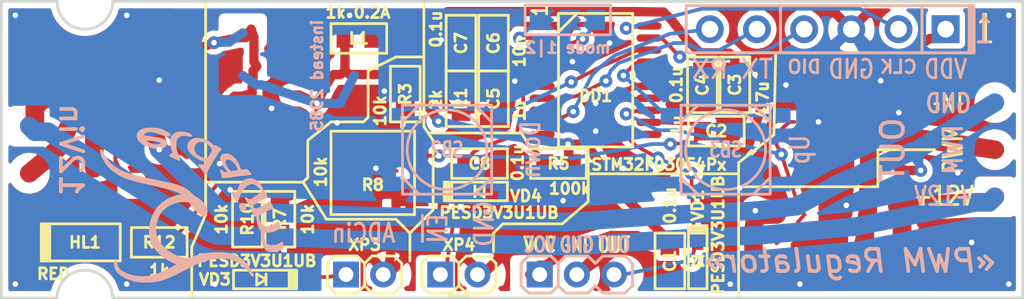
<source format=kicad_pcb>
(kicad_pcb (version 20171130) (host pcbnew "(5.1.7)-1")
  (layers (0 F.Cu signal hide) (31 B.Cu signal hide) (36 B.SilkS user) (37 F.SilkS user) (38 B.Mask user) (39 F.Mask user) (44 Edge.Cuts user))
  (net 0 "")
  (net 1 GND)
  (net 2 GNDP)
  (net 3 +12Vin)
  (net 4 "Net-(HL1-PadA)")
  (net 5 /GNDin)
  (net 6 +3.3V)
  (net 7 "Net-(C5-Pad1)")
  (net 8 /+MSU_PWR)
  (net 9 /ADC)
  (net 10 /RST)
  (net 11 /PWM_OUT)
  (net 12 /EN_WKUP)
  (net 13 "Net-(DA3-Pad4)")
  (net 14 /PWM)
  (net 15 /Mode1)
  (net 16 /Mode2)
  (net 17 /UART_TX)
  (net 18 /UART_RX)
  (net 19 /USER)
  (net 20 /BTN1)
  (net 21 /BTN2)
  (net 22 /SWDIO)
  (net 23 /SWCLK)
  (net 24 "Net-(R2-Pad2)")
  (net 25 /+LOAD_OUT)
  (net 26 /MEAS_EN)
  (net 27 +BATT)
  (net 28 /+USBvcc)
  (net 29 /Chg_STAT)
  (net 30 "Net-(DA2-Pad5)")
  (net 31 /switch)
  (net 32 "Net-(HL2-PadC)")
  (net 33 /LX1)
  (net 34 "Net-(R6-Pad1)")
  (net 35 "Net-(R6-Pad2)")
  (net 36 "Net-(R7-Pad2)")
  (net 37 "Net-(VU1-Pad2)")
  (module Capacitors:CAP0603 (layer F.Cu) (at 136 64 270)
    (fp_text reference C1 (at 0 0 270) (layer F.SilkS) (effects (font (size 0.6 0.6))))
    (fp_text value 0.1u (at -3 0 270) (layer F.SilkS) (effects (font (size 0.6 0.6))))
    (pad 1 smd rect (at -0.75 0 270) (size 0.9 1) (layers F.Cu F.Paste F.Mask) (net 6 +3.3V))
    (pad 2 smd rect (at 0.75 0 270) (size 0.9 1) (layers F.Cu F.Paste F.Mask) (net 1 GND))
  )
  (module Capacitors:CAP0603 (layer F.Cu) (at 139.5 54.5 270)
    (fp_text reference C3 (at 0 0 270) (layer F.SilkS) (effects (font (size 0.6 0.6))))
    (fp_text value 4.7u (at 0.8 -1.5 270) (layer F.SilkS) (effects (font (size 0.6 0.6))))
    (pad 1 smd rect (at -0.75 0 270) (size 0.9 1) (layers F.Cu F.Paste F.Mask) (net 8 /+MSU_PWR))
    (pad 2 smd rect (at 0.75 0 270) (size 0.9 1) (layers F.Cu F.Paste F.Mask) (net 1 GND))
  )
  (module Capacitors:CAP0603 (layer F.Cu) (at 137.75 54.5 270)
    (fp_text reference C4 (at 0 0 270) (layer F.SilkS) (effects (font (size 0.6 0.6))))
    (fp_text value 0.1u (at 0 1.4 270) (layer F.SilkS) (effects (font (size 0.6 0.6))))
    (pad 2 smd rect (at 0.75 0 270) (size 0.9 1) (layers F.Cu F.Paste F.Mask) (net 1 GND))
    (pad 1 smd rect (at -0.75 0 270) (size 0.9 1) (layers F.Cu F.Paste F.Mask) (net 8 /+MSU_PWR))
  )
  (module Capacitors:CAP0603 (layer F.Cu) (at 138.5 57)
    (fp_text reference C2 (at 0 0) (layer F.SilkS) (effects (font (size 0.6 0.6))))
    (fp_text value 1u (at -2.1 -0.3 90) (layer F.SilkS) (effects (font (size 0.6 0.6))))
    (pad 2 smd rect (at 0.75 0) (size 0.9 1) (layers F.Cu F.Paste F.Mask) (net 1 GND))
    (pad 1 smd rect (at -0.75 0) (size 0.9 1) (layers F.Cu F.Paste F.Mask) (net 9 /ADC))
  )
  (module Capacitors:CAP0603 (layer F.Cu) (at 126.5 55.25 270)
    (fp_text reference C5 (at 0 0 270) (layer F.SilkS) (effects (font (size 0.6 0.6))))
    (fp_text value 1u (at 0.65 -1.4 270) (layer F.SilkS) (effects (font (size 0.6 0.6))))
    (pad 2 smd rect (at 0.75 0 270) (size 0.9 1) (layers F.Cu F.Paste F.Mask) (net 1 GND))
    (pad 1 smd rect (at -0.75 0 270) (size 0.9 1) (layers F.Cu F.Paste F.Mask) (net 8 /+MSU_PWR))
  )
  (module Capacitors:CAP0603 (layer F.Cu) (at 126.5 52.25 90)
    (fp_text reference C6 (at 0 0 90) (layer F.SilkS) (effects (font (size 0.6 0.6))))
    (fp_text value 10n (at -0.45 1.4 90) (layer F.SilkS) (effects (font (size 0.6 0.6))))
    (pad 1 smd rect (at -0.75 0 90) (size 0.9 1) (layers F.Cu F.Paste F.Mask) (net 8 /+MSU_PWR))
    (pad 2 smd rect (at 0.75 0 90) (size 0.9 1) (layers F.Cu F.Paste F.Mask) (net 1 GND))
  )
  (module Capacitors:CAP0603 (layer F.Cu) (at 124.75 52.25 90)
    (fp_text reference C7 (at 0 0 90) (layer F.SilkS) (effects (font (size 0.6 0.6))))
    (fp_text value 0.1u (at 0.75 -1.35 90) (layer F.SilkS) (effects (font (size 0.6 0.6))))
    (pad 2 smd rect (at 0.75 0 90) (size 0.9 1) (layers F.Cu F.Paste F.Mask) (net 1 GND))
    (pad 1 smd rect (at -0.75 0 90) (size 0.9 1) (layers F.Cu F.Paste F.Mask) (net 10 /RST))
  )
  (module Capacitors:CAP0603 (layer F.Cu) (at 125.75 58.75)
    (fp_text reference C8 (at 0 0) (layer F.SilkS) (effects (font (size 0.6 0.6))))
    (fp_text value 0.1u (at 2.05 -0.05 90) (layer F.SilkS) (effects (font (size 0.6 0.6))))
    (pad 1 smd rect (at -0.75 0) (size 0.9 1) (layers F.Cu F.Paste F.Mask) (net 12 /EN_WKUP))
    (pad 2 smd rect (at 0.75 0) (size 0.9 1) (layers F.Cu F.Paste F.Mask) (net 1 GND))
  )
  (module SOP,_MSOP,_TSSOP:TSSOP20 (layer F.Cu) (at 132 54.25)
    (fp_text reference DD1 (at 0 0.85) (layer F.SilkS) (effects (font (size 0.6 0.6))))
    (fp_text value STM32F030F4Px (at 3.4 4.55) (layer F.SilkS) (effects (font (size 0.6 0.6))))
    (fp_text user 1 (at -3 -3.75 90) (layer F.SilkS) (effects (font (size 0.8 0.6))))
    (pad 1 smd rect (at -2.875 -2.925) (size 1.35 0.4) (layers F.Cu F.Paste F.Mask) (net 1 GND))
    (pad 2 smd oval (at -2.875 -2.275) (size 1.35 0.4) (layers F.Cu F.Paste F.Mask) (net 15 /Mode1))
    (pad 3 smd oval (at -2.875 -1.625) (size 1.35 0.4) (layers F.Cu F.Paste F.Mask) (net 16 /Mode2))
    (pad 4 smd oval (at -2.875 -0.975) (size 1.35 0.4) (layers F.Cu F.Paste F.Mask) (net 10 /RST))
    (pad 5 smd oval (at -2.875 -0.325) (size 1.35 0.4) (layers F.Cu F.Paste F.Mask) (net 8 /+MSU_PWR))
    (pad 6 smd oval (at -2.875 0.325) (size 1.35 0.4) (layers F.Cu F.Paste F.Mask) (net 12 /EN_WKUP))
    (pad 7 smd oval (at -2.875 0.975) (size 1.35 0.4) (layers F.Cu F.Paste F.Mask) (net 26 /MEAS_EN))
    (pad 8 smd oval (at -2.875 1.625) (size 1.35 0.4) (layers F.Cu F.Paste F.Mask) (net 17 /UART_TX))
    (pad 9 smd oval (at -2.875 2.275) (size 1.35 0.4) (layers F.Cu F.Paste F.Mask) (net 18 /UART_RX))
    (pad 10 smd oval (at -2.875 2.925) (size 1.35 0.4) (layers F.Cu F.Paste F.Mask) (net 20 /BTN1))
    (pad 11 smd oval (at 2.875 2.925) (size 1.35 0.4) (layers F.Cu F.Paste F.Mask) (net 21 /BTN2))
    (pad 12 smd oval (at 2.875 2.275) (size 1.35 0.4) (layers F.Cu F.Paste F.Mask) (net 9 /ADC))
    (pad 13 smd oval (at 2.875 1.625) (size 1.35 0.4) (layers F.Cu F.Paste F.Mask) (net 14 /PWM))
    (pad 14 smd oval (at 2.875 0.975) (size 1.35 0.4) (layers F.Cu F.Paste F.Mask) (net 19 /USER))
    (pad 15 smd oval (at 2.875 0.325) (size 1.35 0.4) (layers F.Cu F.Paste F.Mask) (net 1 GND))
    (pad 16 smd oval (at 2.875 -0.325) (size 1.35 0.4) (layers F.Cu F.Paste F.Mask) (net 8 /+MSU_PWR))
    (pad 17 smd oval (at 2.875 -0.975) (size 1.35 0.4) (layers F.Cu F.Paste F.Mask))
    (pad 18 smd oval (at 2.875 -1.625) (size 1.35 0.4) (layers F.Cu F.Paste F.Mask))
    (pad 19 smd oval (at 2.875 -2.275) (size 1.35 0.4) (layers F.Cu F.Paste F.Mask) (net 22 /SWDIO))
    (pad 20 smd oval (at 2.875 -2.925) (size 1.35 0.4) (layers F.Cu F.Paste F.Mask) (net 23 /SWCLK))
  )
  (module PCB_details:FuseSolder_x2_0603 (layer B.Cu) (at 130.5 51)
    (fp_text reference fus1 hide)
    (fp_text value "mode 1|2" (at 0 1.5 unlocked) (layer B.SilkS) (effects (font (size 0.6 0.6)) (justify mirror)))
    (fp_line (start 1.1 -0.5) (end 1.1 0.5) (layer B.Cu) (width 0.1))
    (fp_line (start 0.85 -0.25) (end 1.1 -0.5) (layer B.Cu) (width 0.1))
    (fp_line (start 1.1 0) (end 0.85 -0.25) (layer B.Cu) (width 0.1))
    (fp_line (start 0.85 0.25) (end 1.1 0) (layer B.Cu) (width 0.1))
    (fp_line (start 1.1 0.5) (end 0.85 0.25) (layer B.Cu) (width 0.1))
    (fp_line (start 1.05 0.35) (end 1.05 0.25) (layer B.Cu) (width 0.1))
    (fp_line (start 0.95 0.25) (end 1.05 0.35) (layer B.Cu) (width 0.1))
    (fp_line (start 1.05 0.15) (end 0.95 0.25) (layer B.Cu) (width 0.1))
    (fp_line (start 1.05 -0.15) (end 1.05 -0.3) (layer B.Cu) (width 0.1))
    (fp_line (start 0.95 -0.25) (end 1.05 -0.15) (layer B.Cu) (width 0.1))
    (fp_line (start 1.05 -0.4) (end 0.95 -0.25) (layer B.Cu) (width 0.1))
    (fp_line (start 0.4 0.25) (end 0.65 0.5) (layer B.Cu) (width 0.1))
    (fp_line (start 0.65 0) (end 0.4 0.25) (layer B.Cu) (width 0.1))
    (fp_line (start 0.4 -0.25) (end 0.65 -0.5) (layer B.Cu) (width 0.1))
    (fp_line (start 0.65 0) (end 0.4 -0.25) (layer B.Cu) (width 0.1))
    (fp_line (start 0.35 -0.5) (end 0.65 -0.5) (layer B.Cu) (width 0.1))
    (fp_line (start 0.35 0.5) (end 0.35 -0.5) (layer B.Cu) (width 0.1))
    (fp_line (start 0.65 0.5) (end 0.35 0.5) (layer B.Cu) (width 0.1))
    (fp_line (start 0.5 0.45) (end 0.4 0.35) (layer B.Cu) (width 0.1))
    (fp_line (start 0.4 0.45) (end 0.5 0.45) (layer B.Cu) (width 0.1))
    (fp_line (start 0.4 -0.35) (end 0.45 -0.4) (layer B.Cu) (width 0.1))
    (fp_line (start 0.4 -0.45) (end 0.4 -0.35) (layer B.Cu) (width 0.1))
    (fp_line (start 0.55 -0.45) (end 0.4 -0.45) (layer B.Cu) (width 0.1))
    (fp_line (start 0.45 -0.1) (end 0.45 0) (layer B.Cu) (width 0.1))
    (fp_line (start 0.55 0) (end 0.45 -0.1) (layer B.Cu) (width 0.1))
    (fp_line (start 0.4 0.15) (end 0.55 0) (layer B.Cu) (width 0.1))
    (fp_line (start 0.4 -0.2) (end 0.4 0.15) (layer B.Cu) (width 0.1))
    (fp_line (start -1.05 -0.2) (end -1.05 0.15) (layer B.Cu) (width 0.1))
    (fp_line (start -1.05 0.15) (end -0.9 0) (layer B.Cu) (width 0.1))
    (fp_line (start -0.9 0) (end -1 -0.1) (layer B.Cu) (width 0.1))
    (fp_line (start -1 -0.1) (end -1 0) (layer B.Cu) (width 0.1))
    (fp_line (start -0.9 -0.45) (end -1.05 -0.45) (layer B.Cu) (width 0.1))
    (fp_line (start -1.05 -0.45) (end -1.05 -0.35) (layer B.Cu) (width 0.1))
    (fp_line (start -1.05 -0.35) (end -1 -0.4) (layer B.Cu) (width 0.1))
    (fp_line (start -0.4 -0.4) (end -0.5 -0.25) (layer B.Cu) (width 0.1))
    (fp_line (start -0.5 -0.25) (end -0.4 -0.15) (layer B.Cu) (width 0.1))
    (fp_line (start -0.4 -0.15) (end -0.4 -0.3) (layer B.Cu) (width 0.1))
    (fp_line (start -0.4 0.15) (end -0.5 0.25) (layer B.Cu) (width 0.1))
    (fp_line (start -0.5 0.25) (end -0.4 0.35) (layer B.Cu) (width 0.1))
    (fp_line (start -0.4 0.35) (end -0.4 0.25) (layer B.Cu) (width 0.1))
    (fp_line (start -1.05 0.45) (end -0.95 0.45) (layer B.Cu) (width 0.1))
    (fp_line (start -0.95 0.45) (end -1.05 0.35) (layer B.Cu) (width 0.1))
    (fp_line (start -0.8 0.5) (end -1.1 0.5) (layer B.Cu) (width 0.1))
    (fp_line (start -1.1 0.5) (end -1.1 -0.5) (layer B.Cu) (width 0.1))
    (fp_line (start -1.1 -0.5) (end -0.8 -0.5) (layer B.Cu) (width 0.1))
    (fp_line (start -0.35 0.5) (end -0.6 0.25) (layer B.Cu) (width 0.1))
    (fp_line (start -0.6 0.25) (end -0.35 0) (layer B.Cu) (width 0.1))
    (fp_line (start -0.35 0) (end -0.6 -0.25) (layer B.Cu) (width 0.1))
    (fp_line (start -0.6 -0.25) (end -0.35 -0.5) (layer B.Cu) (width 0.1))
    (fp_line (start -0.35 -0.5) (end -0.35 0.5) (layer B.Cu) (width 0.1))
    (fp_line (start -0.8 0) (end -1.05 -0.25) (layer B.Cu) (width 0.1))
    (fp_line (start -1.05 -0.25) (end -0.8 -0.5) (layer B.Cu) (width 0.1))
    (fp_line (start -0.8 0) (end -1.05 0.25) (layer B.Cu) (width 0.1))
    (fp_line (start -1.05 0.25) (end -0.8 0.5) (layer B.Cu) (width 0.1))
    (pad 1 smd rect (at 0 0) (size 0.7 1.1) (layers B.Cu B.Paste B.Mask) (net 1 GND))
    (pad 2 smd rect (at -1.55 0) (size 1 1.1) (layers B.Cu B.Paste B.Mask) (net 15 /Mode1))
    (pad 3 smd rect (at 1.55 0) (size 0.9 1.1) (layers B.Cu B.Paste B.Mask) (net 16 /Mode2))
  )
  (module LEDs:LED0805 (layer F.Cu) (at 104.5 63 180)
    (fp_text reference HL1 (at 0 0) (layer F.SilkS) (effects (font (size 0.6 0.6))))
    (fp_text value RED (at 1.7 -1.7 180) (layer F.SilkS) (effects (font (size 0.6 0.6))))
    (pad A smd rect (at -1.05 0 180) (size 1.1 1.4) (layers F.Cu F.Paste F.Mask) (net 4 "Net-(HL1-PadA)"))
    (pad C smd rect (at 1.05 0 180) (size 1.1 1.4) (layers F.Cu F.Paste F.Mask) (net 1 GND))
  )
  (module Inductors:Bead_0603 (layer F.Cu) (at 119.25 52)
    (fp_text reference L1 (at 0 0) (layer F.SilkS) (effects (font (size 0.6 0.6))))
    (fp_text value "1k 0.2A" (at -0.05 -1.4) (layer F.SilkS) (effects (font (size 0.6 0.6))))
    (pad 2 smd rect (at 0.75 0) (size 0.9 1) (layers F.Cu F.Paste F.Mask) (net 8 /+MSU_PWR))
    (pad 1 smd rect (at -0.75 0) (size 0.9 1) (layers F.Cu F.Paste F.Mask) (net 6 +3.3V))
  )
  (module Graphics:Eldalim_10x8 (layer B.Cu) (at 110.25 61)
    (fp_text reference Logo1 hide)
    (fp_text value Eldalim hide)
  )
  (module Resistors:RES0603 (layer F.Cu) (at 130 58.75 180)
    (fp_text reference R5 (at 0 0 180) (layer F.SilkS) (effects (font (size 0.6 0.6))))
    (fp_text value 100k (at -0.6 -1.35 180) (layer F.SilkS) (effects (font (size 0.6 0.6))))
    (pad 1 smd rect (at -0.75 0 180) (size 0.9 1) (layers F.Cu F.Paste F.Mask) (net 6 +3.3V))
    (pad 2 smd rect (at 0.75 0 180) (size 0.9 1) (layers F.Cu F.Paste F.Mask) (net 12 /EN_WKUP))
  )
  (module Resistors:RES0603 (layer F.Cu) (at 115 61.75 270)
    (fp_text reference R7 (at 0 0 270) (layer F.SilkS) (effects (font (size 0.6 0.6))))
    (fp_text value 10k (at 0 -1.5 270) (layer F.SilkS) (effects (font (size 0.6 0.6))))
    (pad 2 smd rect (at 0.75 0 270) (size 0.9 1) (layers F.Cu F.Paste F.Mask) (net 36 "Net-(R7-Pad2)"))
    (pad 1 smd rect (at -0.75 0 270) (size 0.9 1) (layers F.Cu F.Paste F.Mask) (net 9 /ADC))
  )
  (module Resistors:RES0603 (layer F.Cu) (at 113.25 61.75 270)
    (fp_text reference R10 (at 0 0 270) (layer F.SilkS) (effects (font (size 0.6 0.6))))
    (fp_text value 10k (at 0 1.4 270) (layer F.SilkS) (effects (font (size 0.6 0.6))))
    (pad 2 smd rect (at 0.75 0 270) (size 0.9 1) (layers F.Cu F.Paste F.Mask) (net 1 GND))
    (pad 1 smd rect (at -0.75 0 270) (size 0.9 1) (layers F.Cu F.Paste F.Mask) (net 9 /ADC))
  )
  (module Resistors:RES0603 (layer F.Cu) (at 108.5 63 180)
    (fp_text reference R12 (at 0 0 180) (layer F.SilkS) (effects (font (size 0.6 0.6))))
    (fp_text value 1k (at 0 -1.5 180) (layer F.SilkS) (effects (font (size 0.6 0.6))))
    (pad 1 smd rect (at -0.75 0 180) (size 0.9 1) (layers F.Cu F.Paste F.Mask) (net 14 /PWM))
    (pad 2 smd rect (at 0.75 0 180) (size 0.9 1) (layers F.Cu F.Paste F.Mask) (net 4 "Net-(HL1-PadA)"))
  )
  (module Resistors:RES0603 (layer F.Cu) (at 121.75 55 270)
    (fp_text reference R3 (at 0 0 270) (layer F.SilkS) (effects (font (size 0.6 0.6))))
    (fp_text value 10k (at 0.9 1.35 270) (layer F.SilkS) (effects (font (size 0.6 0.6))))
    (pad 2 smd rect (at 0.75 0 270) (size 0.9 1) (layers F.Cu F.Paste F.Mask) (net 9 /ADC))
    (pad 1 smd rect (at -0.75 0 270) (size 0.9 1) (layers F.Cu F.Paste F.Mask) (net 6 +3.3V))
  )
  (module Resistors:RES_TRIM_Bourns3314J-1 (layer F.Cu) (at 120 59.25 90)
    (fp_text reference R8 (at -0.65 0 180) (layer F.SilkS) (effects (font (size 0.6 0.6))))
    (fp_text value 10k (at 0.05 -2.8 270) (layer F.SilkS) (effects (font (size 0.6 0.6))))
    (pad 2 smd roundrect (at 0 -2 90) (size 2 2) (layers F.Cu F.Paste F.Mask) (net 9 /ADC))
    (pad 1 smd rect (at -1.15 2 90) (size 1.3 2) (layers F.Cu F.Paste F.Mask) (net 26 /MEAS_EN))
    (pad 3 smd roundrect (at 1.15 2 90) (size 1.3 2) (layers F.Cu F.Paste F.Mask) (net 9 /ADC))
  )
  (module Resistors:RES0603 (layer F.Cu) (at 124.75 55.25 270)
    (fp_text reference R1 (at 0 0 270) (layer F.SilkS) (effects (font (size 0.6 0.6))))
    (fp_text value 2k (at 0.05 1.35 270) (layer F.SilkS) (effects (font (size 0.6 0.6))))
    (pad 2 smd rect (at 0.75 0 270) (size 0.9 1) (layers F.Cu F.Paste F.Mask) (net 8 /+MSU_PWR))
    (pad 1 smd rect (at -0.75 0 270) (size 0.9 1) (layers F.Cu F.Paste F.Mask) (net 10 /RST))
  )
  (module "Buttons,_Switches:BTN_5x5(AJ-037)" (layer B.Cu) (at 139 58 180)
    (fp_text reference SB3 (at 0 0 180) (layer B.SilkS) (effects (font (size 0.8 0.6)) (justify mirror)))
    (fp_text value Up (at -4 0 270) (layer B.SilkS) (effects (font (size 1 0.8)) (justify mirror)))
    (pad 1 smd rect (at 3 1.85 180) (size 1 0.8) (layers B.Cu B.Paste B.Mask) (net 20 /BTN1))
    (pad 1 smd rect (at -3 1.85 180) (size 1 0.8) (layers B.Cu B.Paste B.Mask) (net 20 /BTN1))
    (pad 2 smd rect (at 3 -1.85 180) (size 1 0.8) (layers B.Cu B.Paste B.Mask) (net 1 GND))
    (pad 2 smd rect (at -3 -1.85 180) (size 1 0.8) (layers B.Cu B.Paste B.Mask) (net 1 GND))
  )
  (module "Buttons,_Switches:BTN_5x5(AJ-037)" (layer B.Cu) (at 124 58 180)
    (fp_text reference SB2 (at 0 0 180) (layer B.SilkS) (effects (font (size 0.8 0.6)) (justify mirror)))
    (fp_text value Down (at -4.5 0 270) (layer B.SilkS) (effects (font (size 1 0.8)) (justify mirror)))
    (pad 2 smd rect (at -3 -1.85 180) (size 1 0.8) (layers B.Cu B.Paste B.Mask) (net 1 GND))
    (pad 2 smd rect (at 3 -1.85 180) (size 1 0.8) (layers B.Cu B.Paste B.Mask) (net 1 GND))
    (pad 1 smd rect (at -3 1.85 180) (size 1 0.8) (layers B.Cu B.Paste B.Mask) (net 21 /BTN2))
    (pad 1 smd rect (at 3 1.85 180) (size 1 0.8) (layers B.Cu B.Paste B.Mask) (net 21 /BTN2))
  )
  (module Diodes:SOD523 (layer F.Cu) (at 125.75 60.25)
    (fp_text reference VD4 (at 2.5 0.25 180) (layer F.SilkS) (effects (font (size 0.6 0.6))))
    (fp_text value PESD3V3U1UB (at 1.05 1.15) (layer F.SilkS) (effects (font (size 0.6 0.6))))
    (pad C smd rect (at -0.95 0) (size 0.7 0.6) (layers F.Cu F.Paste F.Mask) (net 12 /EN_WKUP))
    (pad A smd rect (at 0.95 0) (size 0.7 0.6) (layers F.Cu F.Paste F.Mask) (net 1 GND))
  )
  (module Diodes:SOD523 (layer F.Cu) (at 137.5 64 270)
    (fp_text reference VD1 (at -3 0 270) (layer F.SilkS) (effects (font (size 0.6 0.6))))
    (fp_text value PESD3V3U1UB (at -1.4 -1.1 270) (layer F.SilkS) (effects (font (size 0.6 0.6))))
    (pad C smd rect (at -0.95 0 270) (size 0.7 0.6) (layers F.Cu F.Paste F.Mask) (net 19 /USER))
    (pad A smd rect (at 0.95 0 270) (size 0.7 0.6) (layers F.Cu F.Paste F.Mask) (net 1 GND))
  )
  (module Diodes:SOD523 (layer F.Cu) (at 114 65 180)
    (fp_text reference VD3 (at 2.5 0 180) (layer F.SilkS) (effects (font (size 0.6 0.6))))
    (fp_text value PESD3V3U1UB (at 0.25 1 180) (layer F.SilkS) (effects (font (size 0.6 0.6))))
    (pad A smd rect (at 0.95 0 180) (size 0.7 0.6) (layers F.Cu F.Paste F.Mask) (net 1 GND))
    (pad C smd rect (at -0.95 0 180) (size 0.7 0.6) (layers F.Cu F.Paste F.Mask) (net 36 "Net-(R7-Pad2)"))
  )
  (module Connectors:for_SWD&UART_PBS-6 (layer F.Cu) (at 144.5 51.5 180)
    (fp_text reference XS1 hide)
    (fp_text value SWD&UART hide)
    (fp_text user 1 (at -8.5 0 180) (layer F.SilkS) (effects (font (size 1.5 1))))
    (fp_text user 1 (at -8.382 0 180) (layer B.SilkS) (effects (font (size 1.5 1)) (justify mirror)))
    (fp_text user VDD (at -6.35 -2.159 180) (layer B.SilkS) (effects (font (size 1 0.8)) (justify mirror)))
    (fp_text user CLK (at -3.81 -2.032 180) (layer B.SilkS) (effects (font (size 0.7 0.7)) (justify mirror)))
    (fp_text user GND (at -1.27 -2.159 180) (layer B.SilkS) (effects (font (size 1 0.8)) (justify mirror)))
    (fp_text user DIO (at 1.27 -2.032 180) (layer B.SilkS) (effects (font (size 0.7 0.7)) (justify mirror)))
    (fp_text user TX (at 3.81 -2.159 180) (layer B.SilkS) (effects (justify mirror)))
    (fp_text user RX (at 6.35 -2.159 180) (layer B.SilkS) (effects (justify mirror)))
    (pad 4 thru_hole circle (at 1.27 0 180) (size 1.5 1.5) (drill 0.9) (layers *.Cu *.Mask) (net 22 /SWDIO))
    (pad 1 thru_hole rect (at -6.35 0 180) (size 1.5 1.5) (drill 0.9) (layers *.Cu *.Mask) (net 6 +3.3V))
    (pad 2 thru_hole circle (at -3.81 0 180) (size 1.5 1.5) (drill 0.9) (layers *.Cu *.Mask) (net 23 /SWCLK))
    (pad 3 thru_hole circle (at -1.27 0 180) (size 1.5 1.5) (drill 0.9) (layers *.Cu *.Mask) (net 1 GND))
    (pad 5 thru_hole circle (at 3.81 0 180) (size 1.5 1.5) (drill 0.9) (layers *.Cu *.Mask) (net 17 /UART_TX))
    (pad 6 thru_hole circle (at 6.35 0 180) (size 1.5 1.5) (drill 0.9) (layers *.Cu *.Mask) (net 18 /UART_RX))
  )
  (module Capacitors:CAP0603 (layer F.Cu) (at 180.850002 67.9)
    (fp_text reference C9 (at 0 0) (layer F.SilkS) (effects (font (size 0.6 0.6))))
    (fp_text value 0.1u (at 0 1.4) (layer F.SilkS) (effects (font (size 0.6 0.6))))
    (pad 1 smd rect (at -0.75 0) (size 0.9 1) (layers F.Cu F.Paste F.Mask) (net 25 /+LOAD_OUT))
    (pad 2 smd rect (at 0.75 0) (size 0.9 1) (layers F.Cu F.Paste F.Mask) (net 1 GND))
  )
  (module Capacitors:CAP0603 (layer F.Cu) (at 195.550002 61.3)
    (fp_text reference C10 (at 0 0) (layer F.SilkS) (effects (font (size 0.6 0.6))))
    (fp_text value 0.1u (at 0 1.4) (layer F.SilkS) (effects (font (size 0.6 0.6))))
    (pad 1 smd rect (at -0.75 0) (size 0.9 1) (layers F.Cu F.Paste F.Mask) (net 19 /USER))
    (pad 2 smd rect (at 0.75 0) (size 0.9 1) (layers F.Cu F.Paste F.Mask) (net 26 /MEAS_EN))
  )
  (module Capacitors:CAP0603 (layer F.Cu) (at 190.400002 65.35)
    (fp_text reference C11 (at 0 0) (layer F.SilkS) (effects (font (size 0.6 0.6))))
    (fp_text value 0.1u (at 0 1.4) (layer F.SilkS) (effects (font (size 0.6 0.6))))
    (pad 2 smd rect (at 0.75 0) (size 0.9 1) (layers F.Cu F.Paste F.Mask) (net 1 GND))
    (pad 1 smd rect (at -0.75 0) (size 0.9 1) (layers F.Cu F.Paste F.Mask) (net 27 +BATT))
  )
  (module Capacitors:CAP_pol_SMD-7343 (layer F.Cu) (at 169.475001 63.15)
    (fp_text reference C12 (at 0 -0.6 180) (layer F.SilkS) (effects (font (size 0.6 0.6))))
    (fp_text value 100u (at 0 0.6 180) (layer F.SilkS) (effects (font (size 0.6 0.6))))
    (fp_text user + (at -4.1 -2.7) (layer F.SilkS) (effects (font (thickness 0.2))))
    (pad 1 smd rect (at -3.2 0) (size 2.4 2.8) (layers F.Cu F.Paste F.Mask) (net 27 +BATT))
    (pad 2 smd rect (at 3.2 0) (size 2.4 2.8) (layers F.Cu F.Paste F.Mask) (net 1 GND))
  )
  (module Capacitors:CAP0603 (layer F.Cu) (at 191.400002 62.6)
    (fp_text reference C13 (at 0 0) (layer F.SilkS) (effects (font (size 0.6 0.6))))
    (fp_text value 0.1u (at 0 1.4) (layer F.SilkS) (effects (font (size 0.6 0.6))))
    (pad 1 smd rect (at -0.75 0) (size 0.9 1) (layers F.Cu F.Paste F.Mask) (net 28 /+USBvcc))
    (pad 2 smd rect (at 0.75 0) (size 0.9 1) (layers F.Cu F.Paste F.Mask) (net 1 GND))
  )
  (module Capacitors:CAP0603 (layer F.Cu) (at 199.340002 53.95)
    (fp_text reference C14 (at 0 0) (layer F.SilkS) (effects (font (size 0.6 0.6))))
    (fp_text value 1u (at 0 1.4) (layer F.SilkS) (effects (font (size 0.6 0.6))))
    (pad 2 smd rect (at 0.75 0) (size 0.9 1) (layers F.Cu F.Paste F.Mask) (net 1 GND))
    (pad 1 smd rect (at -0.75 0) (size 0.9 1) (layers F.Cu F.Paste F.Mask) (net 28 /+USBvcc))
  )
  (module Capacitors:CAP0603 (layer F.Cu) (at 186.250002 67.35)
    (fp_text reference C15 (at 0 0) (layer F.SilkS) (effects (font (size 0.6 0.6))))
    (fp_text value 1u (at 0 1.4) (layer F.SilkS) (effects (font (size 0.6 0.6))))
    (pad 1 smd rect (at -0.75 0) (size 0.9 1) (layers F.Cu F.Paste F.Mask) (net 27 +BATT))
    (pad 2 smd rect (at 0.75 0) (size 0.9 1) (layers F.Cu F.Paste F.Mask) (net 1 GND))
  )
  (module Capacitors:CAP0603 (layer F.Cu) (at 186.250002 64.6)
    (fp_text reference C16 (at 0 0) (layer F.SilkS) (effects (font (size 0.6 0.6))))
    (fp_text value 1u (at 0 1.4) (layer F.SilkS) (effects (font (size 0.6 0.6))))
    (pad 1 smd rect (at -0.75 0) (size 0.9 1) (layers F.Cu F.Paste F.Mask) (net 27 +BATT))
    (pad 2 smd rect (at 0.75 0) (size 0.9 1) (layers F.Cu F.Paste F.Mask) (net 1 GND))
  )
  (module Capacitors:CAP0603 (layer F.Cu) (at 191.400002 59.85)
    (fp_text reference C17 (at 0 0) (layer F.SilkS) (effects (font (size 0.6 0.6))))
    (fp_text value 1u (at 0 1.4) (layer F.SilkS) (effects (font (size 0.6 0.6))))
    (pad 2 smd rect (at 0.75 0) (size 0.9 1) (layers F.Cu F.Paste F.Mask) (net 1 GND))
    (pad 1 smd rect (at -0.75 0) (size 0.9 1) (layers F.Cu F.Paste F.Mask) (net 6 +3.3V))
  )
  (module Capacitors:CAP0805 (layer F.Cu) (at 196.040002 51)
    (fp_text reference C18 (at 0 0 90) (layer F.SilkS) (effects (font (size 0.6 0.6))))
    (fp_text value 10u (at 0 1.6) (layer F.SilkS) (effects (font (size 0.6 0.6))))
    (pad 1 smd rect (at -1.05 0) (size 1.1 1.4) (layers F.Cu F.Paste F.Mask) (net 25 /+LOAD_OUT))
    (pad 2 smd rect (at 1.05 0) (size 1.1 1.4) (layers F.Cu F.Paste F.Mask) (net 1 GND))
  )
  (module Capacitors:CAP0603 (layer F.Cu) (at 187.450002 57.1)
    (fp_text reference C19 (at 0 0) (layer F.SilkS) (effects (font (size 0.6 0.6))))
    (fp_text value 0.1u (at 0 1.4) (layer F.SilkS) (effects (font (size 0.6 0.6))))
    (pad 2 smd rect (at 0.75 0) (size 0.9 1) (layers F.Cu F.Paste F.Mask) (net 1 GND))
    (pad 1 smd rect (at -0.75 0) (size 0.9 1) (layers F.Cu F.Paste F.Mask) (net 6 +3.3V))
  )
  (module Capacitors:CAP0805 (layer F.Cu) (at 190.640002 54.15)
    (fp_text reference C20 (at 0 0 90) (layer F.SilkS) (effects (font (size 0.6 0.6))))
    (fp_text value 22u (at 0 1.6) (layer F.SilkS) (effects (font (size 0.6 0.6))))
    (pad 2 smd rect (at 1.05 0) (size 1.1 1.4) (layers F.Cu F.Paste F.Mask) (net 1 GND))
    (pad 1 smd rect (at -1.05 0) (size 1.1 1.4) (layers F.Cu F.Paste F.Mask) (net 6 +3.3V))
  )
  (module SOT,_TO:SOT23-5 (layer F.Cu) (at 187.300002 60.874999)
    (fp_text reference DA2 (at 0 0) (layer F.SilkS) (effects (font (size 0.6 0.6))))
    (fp_text value STC4054 (at 0 2.5) (layer F.SilkS) (effects (font (size 0.6 0.6))))
    (pad 1 smd rect (at -0.95 1.3) (size 0.635 1.1) (layers F.Cu F.Paste F.Mask) (net 29 /Chg_STAT))
    (pad 2 smd oval (at 0 1.3) (size 0.635 1.1) (layers F.Cu F.Paste F.Mask) (net 1 GND))
    (pad 3 smd oval (at 0.95 1.3) (size 0.635 1.1) (layers F.Cu F.Paste F.Mask) (net 27 +BATT))
    (pad 4 smd oval (at 0.95 -1.3) (size 0.635 1.1) (layers F.Cu F.Paste F.Mask) (net 28 /+USBvcc))
    (pad 5 smd oval (at -0.95 -1.3) (size 0.635 1.1) (layers F.Cu F.Paste F.Mask) (net 30 "Net-(DA2-Pad5)"))
  )
  (module SOT,_TO:SOT23-5 (layer F.Cu) (at 167 46)
    (fp_text reference DA5 (at 0 0) (layer F.SilkS) (effects (font (size 0.6 0.6))))
    (fp_text value TPS78233 (at 0 2.5) (layer F.SilkS) (effects (font (size 0.6 0.6))))
    (pad 5 smd oval (at -0.95 -1.3) (size 0.635 1.1) (layers F.Cu F.Paste F.Mask) (net 6 +3.3V))
    (pad 4 smd oval (at 0.95 -1.3) (size 0.635 1.1) (layers F.Cu F.Paste F.Mask) (net 1 GND))
    (pad 3 smd oval (at 0.95 1.3) (size 0.635 1.1) (layers F.Cu F.Paste F.Mask) (net 27 +BATT))
    (pad 2 smd oval (at 0 1.3) (size 0.635 1.1) (layers F.Cu F.Paste F.Mask) (net 1 GND))
    (pad 1 smd rect (at -0.95 1.3) (size 0.635 1.1) (layers F.Cu F.Paste F.Mask) (net 27 +BATT))
  )
  (module PCB_details:FuseSolder (layer F.Cu) (at 199.400002 60.75)
    (fp_text reference fus2 hide)
    (fp_text value Fuse (at 0 1.524 unlocked) (layer F.SilkS) (effects (font (size 0.6 0.6))))
    (fp_line (start -0.3 -0.25) (end -0.05 -0.5) (layer F.Cu) (width 0.1))
    (fp_line (start -0.05 0) (end -0.3 -0.25) (layer F.Cu) (width 0.1))
    (fp_line (start -0.3 0.25) (end -0.05 0.5) (layer F.Cu) (width 0.1))
    (fp_line (start -0.05 0) (end -0.3 0.25) (layer F.Cu) (width 0.1))
    (fp_line (start 0.4 0.5) (end 0.4 -0.5) (layer F.Cu) (width 0.1))
    (fp_line (start 0.15 0.25) (end 0.4 0.5) (layer F.Cu) (width 0.1))
    (fp_line (start 0.4 0) (end 0.15 0.25) (layer F.Cu) (width 0.1))
    (fp_line (start 0.15 -0.25) (end 0.4 0) (layer F.Cu) (width 0.1))
    (fp_line (start 0.4 -0.5) (end 0.15 -0.25) (layer F.Cu) (width 0.1))
    (fp_line (start -0.35 -0.5) (end -0.35 0.5) (layer F.Cu) (width 0.1))
    (fp_line (start -0.2 -0.45) (end -0.3 -0.35) (layer F.Cu) (width 0.1))
    (fp_line (start -0.3 -0.45) (end -0.2 -0.45) (layer F.Cu) (width 0.1))
    (fp_line (start 0.35 -0.35) (end 0.35 -0.25) (layer F.Cu) (width 0.1))
    (fp_line (start 0.25 -0.25) (end 0.35 -0.35) (layer F.Cu) (width 0.1))
    (fp_line (start 0.35 -0.15) (end 0.25 -0.25) (layer F.Cu) (width 0.1))
    (fp_line (start 0.35 0.15) (end 0.35 0.3) (layer F.Cu) (width 0.1))
    (fp_line (start 0.25 0.25) (end 0.35 0.15) (layer F.Cu) (width 0.1))
    (fp_line (start 0.35 0.4) (end 0.25 0.25) (layer F.Cu) (width 0.1))
    (fp_line (start -0.3 0.35) (end -0.25 0.4) (layer F.Cu) (width 0.1))
    (fp_line (start -0.3 0.45) (end -0.3 0.35) (layer F.Cu) (width 0.1))
    (fp_line (start -0.15 0.45) (end -0.3 0.45) (layer F.Cu) (width 0.1))
    (fp_line (start -0.25 0.1) (end -0.25 0) (layer F.Cu) (width 0.1))
    (fp_line (start -0.15 0) (end -0.25 0.1) (layer F.Cu) (width 0.1))
    (fp_line (start -0.3 -0.15) (end -0.15 0) (layer F.Cu) (width 0.1))
    (fp_line (start -0.3 0.2) (end -0.3 -0.15) (layer F.Cu) (width 0.1))
    (pad 1 smd oval (at -0.2 0.5) (size 0.4 0.1) (layers F.Cu F.Paste F.Mask) (net 31 /switch))
    (pad 2 smd trapezoid (at 0.7 0 270) (size 0.85 0.6) (rect_delta 0 0.25) (layers F.Cu F.Paste F.Mask) (net 12 /EN_WKUP))
    (pad 1 smd trapezoid (at -0.65 0 90) (size 0.85 0.6) (rect_delta 0 0.25) (layers F.Cu F.Paste F.Mask) (net 31 /switch))
    (pad 1 smd oval (at -0.2 -0.5) (size 0.4 0.1) (layers F.Cu F.Paste F.Mask) (net 31 /switch))
  )
  (module LEDs:LED0805 (layer F.Cu) (at 190.640002 51)
    (fp_text reference HL2 (at 0 0 90) (layer F.SilkS) (effects (font (size 0.6 0.6))))
    (fp_text value Red (at 0 1.6) (layer F.SilkS) (effects (font (size 0.6 0.6))))
    (pad A smd rect (at -1.05 0) (size 1.1 1.4) (layers F.Cu F.Paste F.Mask) (net 28 /+USBvcc))
    (pad C smd rect (at 1.05 0) (size 1.1 1.4) (layers F.Cu F.Paste F.Mask) (net 32 "Net-(HL2-PadC)"))
  )
  (module Inductors:IND1210_LQH32C (layer F.Cu) (at 177.050002 64.35)
    (fp_text reference L2 (at 0 -2.2) (layer F.SilkS) (effects (font (size 0.6 0.6))))
    (fp_text value 22uH (at 0 0 90) (layer F.SilkS) (effects (font (size 0.6 0.6))))
    (pad 1 smd rect (at -1.25 0) (size 1.2 2.6) (layers F.Cu F.Paste F.Mask) (net 25 /+LOAD_OUT))
    (pad 2 smd rect (at 1.25 0) (size 1.2 2.6) (layers F.Cu F.Paste F.Mask) (net 33 /LX1))
  )
  (module Resistors:RES0603 (layer F.Cu) (at 198.700002 64.05)
    (fp_text reference R2 (at 0 0) (layer F.SilkS) (effects (font (size 0.6 0.6))))
    (fp_text value 100k (at 0 1.4) (layer F.SilkS) (effects (font (size 0.6 0.6))))
    (pad 1 smd rect (at -0.75 0) (size 0.9 1) (layers F.Cu F.Paste F.Mask) (net 27 +BATT))
    (pad 2 smd rect (at 0.75 0) (size 0.9 1) (layers F.Cu F.Paste F.Mask) (net 31 /switch))
  )
  (module Resistors:RES0603 (layer F.Cu) (at 172.550002 67.9)
    (fp_text reference R4 (at 0 0) (layer F.SilkS) (effects (font (size 0.6 0.6))))
    (fp_text value 10k (at 0 1.4) (layer F.SilkS) (effects (font (size 0.6 0.6))))
    (pad 2 smd rect (at 0.75 0) (size 0.9 1) (layers F.Cu F.Paste F.Mask) (net 19 /USER))
    (pad 1 smd rect (at -0.75 0) (size 0.9 1) (layers F.Cu F.Paste F.Mask) (net 27 +BATT))
  )
  (module Resistors:RES0603 (layer F.Cu) (at 176.700002 67.9)
    (fp_text reference R6 (at 0 0) (layer F.SilkS) (effects (font (size 0.6 0.6))))
    (fp_text value 680r (at 0 1.4) (layer F.SilkS) (effects (font (size 0.6 0.6))))
    (pad 1 smd rect (at -0.75 0) (size 0.9 1) (layers F.Cu F.Paste F.Mask) (net 34 "Net-(R6-Pad1)"))
    (pad 2 smd rect (at 0.75 0) (size 0.9 1) (layers F.Cu F.Paste F.Mask) (net 35 "Net-(R6-Pad2)"))
  )
  (module Resistors:RES0603 (layer F.Cu) (at 195.550002 58.55)
    (fp_text reference R9 (at 0 0) (layer F.SilkS) (effects (font (size 0.6 0.6))))
    (fp_text value 10k (at 0 1.4) (layer F.SilkS) (effects (font (size 0.6 0.6))))
    (pad 2 smd rect (at 0.75 0) (size 0.9 1) (layers F.Cu F.Paste F.Mask) (net 1 GND))
    (pad 1 smd rect (at -0.75 0) (size 0.9 1) (layers F.Cu F.Paste F.Mask) (net 14 /PWM))
  )
  (module Resistors:RES0603 (layer F.Cu) (at 190.400002 68.1)
    (fp_text reference R11 (at 0 0) (layer F.SilkS) (effects (font (size 0.6 0.6))))
    (fp_text value 10k (at 0 1.4) (layer F.SilkS) (effects (font (size 0.6 0.6))))
    (pad 1 smd rect (at -0.75 0) (size 0.9 1) (layers F.Cu F.Paste F.Mask) (net 19 /USER))
    (pad 2 smd rect (at 0.75 0) (size 0.9 1) (layers F.Cu F.Paste F.Mask) (net 26 /MEAS_EN))
  )
  (module Resistors:RES0603 (layer F.Cu) (at 194.550002 65.35)
    (fp_text reference R13 (at 0 0) (layer F.SilkS) (effects (font (size 0.6 0.6))))
    (fp_text value 2k (at 0 1.4) (layer F.SilkS) (effects (font (size 0.6 0.6))))
    (pad 2 smd rect (at 0.75 0) (size 0.9 1) (layers F.Cu F.Paste F.Mask) (net 1 GND))
    (pad 1 smd rect (at -0.75 0) (size 0.9 1) (layers F.Cu F.Paste F.Mask) (net 30 "Net-(DA2-Pad5)"))
  )
  (module Resistors:RES0603 (layer F.Cu) (at 194.550002 68.1)
    (fp_text reference R14 (at 0 0) (layer F.SilkS) (effects (font (size 0.6 0.6))))
    (fp_text value 1k (at 0 1.4) (layer F.SilkS) (effects (font (size 0.6 0.6))))
    (pad 1 smd rect (at -0.75 0) (size 0.9 1) (layers F.Cu F.Paste F.Mask) (net 32 "Net-(HL2-PadC)"))
    (pad 2 smd rect (at 0.75 0) (size 0.9 1) (layers F.Cu F.Paste F.Mask) (net 29 /Chg_STAT))
  )
  (module "Buttons,_Switches:BTN_5x5(AJ-037)" (layer F.Cu) (at 184.165001 52.4)
    (fp_text reference SB1 (at 0 0) (layer F.SilkS) (effects (font (size 0.8 0.6))))
    (fp_text value WKUP (at 0 -3.175) (layer F.SilkS) (effects (font (size 1 0.8))))
    (pad 1 smd rect (at 3 -1.85) (size 1 0.8) (layers F.Cu F.Paste F.Mask) (net 12 /EN_WKUP))
    (pad 1 smd rect (at -3 -1.85) (size 1 0.8) (layers F.Cu F.Paste F.Mask) (net 12 /EN_WKUP))
    (pad 2 smd rect (at 3 1.85) (size 1 0.8) (layers F.Cu F.Paste F.Mask) (net 1 GND))
    (pad 2 smd rect (at -3 1.85) (size 1 0.8) (layers F.Cu F.Paste F.Mask) (net 1 GND))
  )
  (module Diodes:SOD123 (layer F.Cu) (at 174.115001 54.525)
    (fp_text reference VD2 (at 0 -1.5 180) (layer F.SilkS) (effects (font (size 0.6 0.6))))
    (fp_text value MBR0520 (at 0 1.5 180) (layer F.SilkS) (effects (font (size 0.6 0.6))))
    (pad A smd rect (at -1.95 0) (size 1 1.22) (layers F.Cu F.Paste F.Mask) (net 1 GND))
    (pad C smd rect (at 1.95 0) (size 1 1.22) (layers F.Cu F.Paste F.Mask) (net 25 /+LOAD_OUT))
  )
  (module Diodes:SOD123 (layer F.Cu) (at 167.525001 67.225)
    (fp_text reference VD5 (at 0 -1.5 180) (layer F.SilkS) (effects (font (size 0.6 0.6))))
    (fp_text value MBR0520 (at 0 1.5 180) (layer F.SilkS) (effects (font (size 0.6 0.6))))
    (pad C smd rect (at 1.95 0) (size 1 1.22) (layers F.Cu F.Paste F.Mask) (net 6 +3.3V))
    (pad A smd rect (at -1.95 0) (size 1 1.22) (layers F.Cu F.Paste F.Mask) (net 33 /LX1))
  )
  (module Diodes:SOD323 (layer F.Cu) (at 177.050002 57.25)
    (fp_text reference VD6 (at 0 -1.5 180) (layer F.SilkS) (effects (font (size 0.6 0.6))))
    (fp_text value BAT54WS (at 0 1.5 180) (layer F.SilkS) (effects (font (size 0.6 0.6))))
    (pad A smd rect (at -1.3 0) (size 1 1) (layers F.Cu F.Paste F.Mask) (net 31 /switch))
    (pad C smd rect (at 1.3 0) (size 1 1) (layers F.Cu F.Paste F.Mask) (net 12 /EN_WKUP))
  )
  (module SOT,_TO:SOT23A (layer F.Cu) (at 195.190002 54.874999)
    (fp_text reference VT1 (at 0 0) (layer F.SilkS) (effects (font (size 0.6 0.6))))
    (fp_text value AO3415A (at 0 2.4) (layer F.SilkS) (effects (font (size 0.6 0.6))))
    (pad 1 smd rect (at -0.95 1.35) (size 0.8 0.9) (layers F.Cu F.Paste F.Mask) (net 31 /switch))
    (pad 2 smd rect (at 0.95 1.35) (size 0.8 0.9) (layers F.Cu F.Paste F.Mask) (net 27 +BATT))
    (pad 3 smd rect (at 0 -1.35) (size 0.8 0.9) (layers F.Cu F.Paste F.Mask) (net 25 /+LOAD_OUT))
  )
  (module SOT,_TO:SOT323 (layer F.Cu) (at 199.300002 57.349999)
    (fp_text reference VT2 (at 0 0) (layer F.SilkS) (effects (font (size 0.6 0.6))))
    (fp_text value 2N7002W (at 0 2.2) (layer F.SilkS) (effects (font (size 0.6 0.6))))
    (pad 1 smd rect (at -0.65 1.1) (size 0.35 0.85) (layers F.Cu F.Paste F.Mask) (net 14 /PWM))
    (pad 3 smd rect (at 0 -1.1) (size 0.35 0.85) (layers F.Cu F.Paste F.Mask) (net 31 /switch))
    (pad 2 smd rect (at 0.65 1.1) (size 0.35 0.85) (layers F.Cu F.Paste F.Mask) (net 1 GND))
  )
  (module Opto:opto_SOP4 (layer F.Cu) (at 175.665001 51.3)
    (fp_text reference VU1 (at 0.25 0) (layer F.SilkS) (effects (font (size 0.6 0.6))))
    (fp_text value TLP291 (at 0 1.8415) (layer F.SilkS) (effects (font (size 0.6 0.6))))
    (pad 1 smd rect (at -3.2 -0.635) (size 1.6 0.6) (layers F.Cu F.Paste F.Mask) (net 34 "Net-(R6-Pad1)"))
    (pad 2 smd oval (at -3.2 0.635) (size 1.6 0.6) (layers F.Cu F.Paste F.Mask) (net 37 "Net-(VU1-Pad2)"))
    (pad 4 smd oval (at 3.2 -0.635) (size 1.6 0.6) (layers F.Cu F.Paste F.Mask) (net 12 /EN_WKUP))
    (pad 3 smd oval (at 3.2 0.635) (size 1.6 0.6) (layers F.Cu F.Paste F.Mask) (net 1 GND))
  )
  (module Connectors:for_SENS_PLS2-3 (layer F.Cu) (at 130.988 64.732)
    (fp_text reference XP1 (at -2 1.6) (layer F.SilkS) (effects (font (size 0.6 0.6))))
    (fp_text value USER (at 2 1.6) (layer F.SilkS) (effects (font (size 0.6 0.6))))
    (fp_text user OUT (at 2 -1.6) (layer F.SilkS) (effects (font (size 0.8 0.6))))
    (fp_text user GND (at 0 -1.6) (layer F.SilkS) (effects (font (size 0.8 0.6))))
    (fp_text user VCC (at -2 -1.6) (layer F.SilkS) (effects (font (size 0.8 0.6))))
    (fp_text user OUT (at 2 -1.6) (layer B.SilkS) (effects (font (size 0.8 0.6)) (justify mirror)))
    (fp_text user GND (at 0 -1.6) (layer B.SilkS) (effects (font (size 0.8 0.6)) (justify mirror)))
    (fp_text user VCC (at -2 -1.6) (layer B.SilkS) (effects (font (size 0.8 0.6)) (justify mirror)))
    (pad 1 thru_hole rect (at -2 0) (size 1.4 1.4) (drill 0.8) (layers *.Cu *.Mask) (net 6 +3.3V))
    (pad 2 thru_hole circle (at 0 0) (size 1.4 1.4) (drill 0.8) (layers *.Cu *.Mask) (net 1 GND))
    (pad 3 thru_hole circle (at 2 0) (size 1.4 1.4) (drill 0.8) (layers *.Cu *.Mask) (net 19 /USER))
  )
  (module Connectors:for_PolarOut_PLS2-2 (layer F.Cu) (at 182.700002 60.2)
    (fp_text reference XP2 (at 0 -1.6) (layer F.SilkS) (effects (font (size 0.6 0.6))))
    (fp_text value "EN ISOL" (at 0 1.6) (layer F.SilkS) (effects (font (size 0.6 0.6))))
    (fp_text user + (at -2.8 0) (layer B.SilkS) (effects (font (size 1.2 1.2) (thickness 0.2)) (justify mirror)))
    (fp_text user - (at 2.8 0) (layer B.SilkS) (effects (font (size 1.2 1.2) (thickness 0.2)) (justify mirror)))
    (fp_text user + (at -2.8 0) (layer F.SilkS) (effects (font (size 1.2 1.2) (thickness 0.2))))
    (fp_text user - (at 2.8 0) (layer F.SilkS) (effects (font (size 1.2 1.2) (thickness 0.2))))
    (pad 2 thru_hole circle (at 1 0) (size 1.4 1.4) (drill 0.8) (layers *.Cu *.Mask) (net 37 "Net-(VU1-Pad2)"))
    (pad 1 thru_hole rect (at -1 0) (size 1.4 1.4) (drill 0.8) (layers *.Cu *.Mask) (net 35 "Net-(R6-Pad2)"))
  )
  (module Connectors:PLS2-2 (layer F.Cu) (at 119.558 64.732)
    (fp_text reference XP3 (at 0 -1.6) (layer F.SilkS) (effects (font (size 0.6 0.6))))
    (fp_text value ADCin (at 0 1.6) (layer F.SilkS) (effects (font (size 0.6 0.6))))
    (pad 2 thru_hole circle (at 1 0) (size 1.4 1.4) (drill 0.8) (layers *.Cu *.Mask) (net 1 GND))
    (pad 1 thru_hole rect (at -1 0) (size 1.4 1.4) (drill 0.8) (layers *.Cu *.Mask) (net 36 "Net-(R7-Pad2)"))
  )
  (module Connectors:PLS2-2 (layer F.Cu) (at 124.638 64.732)
    (fp_text reference XP4 (at 0 -1.6) (layer F.SilkS) (effects (font (size 0.6 0.6))))
    (fp_text value ~EN (at 0 1.6) (layer F.SilkS) (effects (font (size 0.6 0.6))))
    (pad 1 thru_hole rect (at -1 0) (size 1.4 1.4) (drill 0.8) (layers *.Cu *.Mask) (net 12 /EN_WKUP))
    (pad 2 thru_hole circle (at 1 0) (size 1.4 1.4) (drill 0.8) (layers *.Cu *.Mask) (net 1 GND))
  )
  (module Connectors:PBS2-2 (layer F.Cu) (at 177.250002 60.4)
    (fp_text reference XS2 (at 0 -1.8) (layer F.SilkS) (effects (font (size 0.6 0.6))))
    (fp_text value LOAD (at 0 1.8) (layer F.SilkS) (effects (font (size 0.6 0.6))))
    (pad 1 thru_hole rect (at -1 0) (size 1.4 1.4) (drill 0.8) (layers *.Cu *.Mask) (net 25 /+LOAD_OUT))
    (pad 2 thru_hole circle (at 1 0) (size 1.4 1.4) (drill 0.8) (layers *.Cu *.Mask) (net 1 GND))
  )
  (module Connectors:USB-micro_B (layer F.Cu) (at 160 55.5)
    (fp_text reference XS3 hide)
    (fp_text value "USB-micro B" hide)
    (pad "" np_thru_hole circle (at 2.15 -1.95) (size 0.5 0.5) (drill 0.5) (layers *.Cu *.Mask) (clearance 0.2))
    (pad "" np_thru_hole circle (at 2.15 1.95) (size 0.5 0.5) (drill 0.5) (layers *.Cu *.Mask) (clearance 0.2))
    (pad SHLD smd rect (at 2.35 -3.2) (size 1.4 1.6) (layers F.Cu F.Paste F.Mask) (net 1 GND))
    (pad SHLD smd rect (at 2.35 3.2) (size 1.4 1.6) (layers F.Cu F.Paste F.Mask) (net 1 GND))
    (pad SHLD smd rect (at 0 -4.05) (size 1.9 1.9) (layers F.Cu F.Paste F.Mask) (net 1 GND))
    (pad SHLD smd rect (at 0 -1.45) (size 1.9 1.9) (layers F.Cu F.Paste F.Mask) (net 1 GND))
    (pad SHLD smd rect (at 0 1.45) (size 1.9 1.9) (layers F.Cu F.Paste F.Mask) (net 1 GND))
    (pad SHLD smd rect (at 0 4.05) (size 1.9 1.9) (layers F.Cu F.Paste F.Mask) (net 1 GND))
    (pad 1 smd rect (at 2.69 -1.3) (size 1.35 0.4) (layers F.Cu F.Paste F.Mask) (net 28 /+USBvcc))
    (pad 2 smd rect (at 2.69 -0.65) (size 1.35 0.4) (layers F.Cu F.Paste F.Mask))
    (pad 3 smd rect (at 2.69 0) (size 1.35 0.4) (layers F.Cu F.Paste F.Mask))
    (pad 4 smd rect (at 2.69 0.65) (size 1.35 0.4) (layers F.Cu F.Paste F.Mask) (net 1 GND))
    (pad 5 smd rect (at 2.69 1.3) (size 1.35 0.4) (layers F.Cu F.Paste F.Mask Dwgs.User) (net 1 GND))
  )
  (module Connectors:for_PolarOut_PLS2-2 (layer F.Cu) (at 182.800002 56.95)
    (fp_text reference XS4 (at 0 -1.6) (layer F.SilkS) (effects (font (size 0.6 0.6))))
    (fp_text value BATTin (at 0 1.6) (layer F.SilkS) (effects (font (size 0.6 0.6))))
    (fp_text user - (at 2.8 0) (layer F.SilkS) (effects (font (size 1.2 1.2) (thickness 0.2))))
    (fp_text user + (at -2.8 0) (layer F.SilkS) (effects (font (size 1.2 1.2) (thickness 0.2))))
    (fp_text user - (at 2.8 0) (layer B.SilkS) (effects (font (size 1.2 1.2) (thickness 0.2)) (justify mirror)))
    (fp_text user + (at -2.8 0) (layer B.SilkS) (effects (font (size 1.2 1.2) (thickness 0.2)) (justify mirror)))
    (pad 1 thru_hole rect (at -1 0) (size 1.4 1.4) (drill 0.8) (layers *.Cu *.Mask) (net 27 +BATT))
    (pad 2 thru_hole circle (at 1 0) (size 1.4 1.4) (drill 0.8) (layers *.Cu *.Mask) (net 1 GND))
  )
  (module SOT,_TO:SC82AB (layer F.Cu) (at 168 46.6)
    (fp_text reference DA4 (at 0 -1.8415) (layer F.SilkS) (effects (font (size 0.6 0.6))))
    (fp_text value NCP583SQxx (at 0 1.8415) (layer F.SilkS) (effects (font (size 0.6 0.6))))
    (fp_text user 1 (at -2 -1.6) (layer F.SilkS) (effects (font (size 0.6 0.6))))
    (pad 1 smd rect (at -0.95 -0.65) (size 0.9 0.7) (layers F.Cu F.Paste F.Mask) (net 27 +BATT))
    (pad 2 smd oval (at -0.95 0.65) (size 0.9 0.7) (layers F.Cu F.Paste F.Mask) (net 1 GND))
    (pad 3 smd oval (at 0.95 0.65) (size 0.9 0.7) (layers F.Cu F.Paste F.Mask) (net 6 +3.3V))
    (pad 4 smd oval (at 0.95 -0.65) (size 0.9 0.7) (layers F.Cu F.Paste F.Mask) (net 27 +BATT))
  )
  (module SOT,_TO:SOT563 (layer F.Cu) (at 170.8 46.6)
    (fp_text reference DA3 (at 0 -1.4) (layer F.SilkS) (effects (font (size 0.6 0.6))))
    (fp_text value NCP583XVxx (at 0 1.4) (layer F.SilkS) (effects (font (size 0.6 0.6))))
    (fp_text user 1 (at -1.4 -1.2) (layer F.SilkS) (effects (font (size 0.6 0.6))))
    (pad 1 smd rect (at -0.725 -0.5) (size 0.55 0.3) (layers F.Cu F.Paste F.Mask) (net 27 +BATT))
    (pad 2 smd oval (at -0.725 0) (size 0.55 0.3) (layers F.Cu F.Paste F.Mask) (net 1 GND))
    (pad 3 smd oval (at -0.725 0.5) (size 0.55 0.3) (layers F.Cu F.Paste F.Mask) (net 6 +3.3V))
    (pad 4 smd oval (at 0.725 0.5) (size 0.55 0.3) (layers F.Cu F.Paste F.Mask))
    (pad 5 smd oval (at 0.725 0) (size 0.55 0.3) (layers F.Cu F.Paste F.Mask) (net 1 GND))
    (pad 6 smd oval (at 0.725 -0.5) (size 0.55 0.3) (layers F.Cu F.Paste F.Mask) (net 27 +BATT))
  )
  (module SOT,_TO:SOT23-5 (layer F.Cu) (at 168 55.4)
    (fp_text reference DA6 (at 0 0) (layer F.SilkS) (effects (font (size 0.6 0.6))))
    (fp_text value NCP1400ASN33 (at 0 2.5) (layer F.SilkS) (effects (font (size 0.6 0.6))))
    (pad 1 smd rect (at -0.95 1.3) (size 0.635 1.1) (layers F.Cu F.Paste F.Mask) (net 6 +3.3V))
    (pad 2 smd oval (at 0 1.3) (size 0.635 1.1) (layers F.Cu F.Paste F.Mask) (net 6 +3.3V))
    (pad 3 smd oval (at 0.95 1.3) (size 0.635 1.1) (layers F.Cu F.Paste F.Mask))
    (pad 4 smd oval (at 0.95 -1.3) (size 0.635 1.1) (layers F.Cu F.Paste F.Mask) (net 1 GND))
    (pad 5 smd oval (at -0.95 -1.3) (size 0.635 1.1) (layers F.Cu F.Paste F.Mask) (net 33 /LX1))
  )
  (module SOT,_TO:SOT23-3 (layer F.Cu) (at 166 45.8 180)
    (fp_text reference DA1 (at 0 0 180) (layer F.SilkS) (effects (font (size 0.6 0.6))))
    (fp_text value MCP1700T-3302E (at 0 2.2 180) (layer F.SilkS) (effects (font (size 0.6 0.6))))
    (pad 1 smd rect (at -0.95 1 180) (size 0.8 0.9) (layers F.Cu F.Paste F.Mask) (net 1 GND))
    (pad 2 smd rect (at 0.95 1 180) (size 0.8 0.9) (layers F.Cu F.Paste F.Mask) (net 6 +3.3V))
    (pad 3 smd rect (at 0 -1 180) (size 0.8 0.9) (layers F.Cu F.Paste F.Mask) (net 27 +BATT))
  )
  (gr_text "instead 2985" (at 117 54 90) (layer B.SilkS) (effects (font (size 0.6 0.6)) (justify mirror)))
  (gr_text "«PWM Regulator»" (at 145.75 64) (layer B.SilkS) (effects (font (size 1.2 1.2) (thickness 0.2) italic) (justify mirror)))
  (gr_text OUT (at 148 58 90) (layer B.SilkS) (effects (font (size 1.2 1.2) (thickness 0.2)) (justify mirror)))
  (gr_text 12Vin (at 103.75 58 270) (layer B.SilkS) (effects (font (size 1.2 1.2) (thickness 0.2)) (justify mirror)))
  (gr_text ~EN (at 123.5 62.25 90) (layer B.SilkS) (effects (font (size 1 0.8)) (justify mirror)))
  (gr_text GND (at 126 62 90) (layer B.SilkS) (effects (font (size 1 0.8)) (justify mirror)))
  (gr_text ADCin (at 119.5 62.5) (layer B.SilkS) (effects (font (size 1 0.8)) (justify mirror)))
  (gr_line (start 141.6 57.2) (end 141.7 52.8) (angle 90) (layer F.SilkS) (width 0.15))
  (gr_line (start 139.7 58.7) (end 141.6 57.2) (angle 90) (layer F.SilkS) (width 0.15))
  (gr_line (start 139.7 59.2) (end 139.7 58.7) (angle 90) (layer F.SilkS) (width 0.15))
  (gr_line (start 147.2 58) (end 147.4 58) (angle 90) (layer F.SilkS) (width 0.15))
  (gr_line (start 147.2 60) (end 147.2 58) (angle 90) (layer F.SilkS) (width 0.15))
  (gr_line (start 144.2 60) (end 147.1 60) (angle 90) (layer F.SilkS) (width 0.15))
  (gr_line (start 111.75 59.75) (end 111 59.75) (angle 90) (layer F.SilkS) (width 0.15))
  (gr_line (start 111 61.5) (end 110.25 63.25) (angle 90) (layer F.SilkS) (width 0.15))
  (gr_line (start 111 50) (end 111 61.5) (angle 90) (layer F.SilkS) (width 0.15))
  (gr_line (start 122.75 53) (end 122.75 50) (angle 90) (layer F.SilkS) (width 0.15))
  (gr_line (start 147.25 58) (end 150.25 58) (angle 90) (layer F.SilkS) (width 0.15))
  (gr_line (start 139.75 60) (end 144.25 60) (angle 90) (layer F.SilkS) (width 0.15))
  (gr_text +12V (at 150.75 60.5) (layer B.SilkS) (effects (font (size 1 0.8)) (justify mirror)))
  (gr_text PWM (at 151.25 58 90) (layer B.SilkS) (effects (font (size 1 0.8)) (justify mirror)))
  (gr_text GND (at 151 55.5) (layer B.SilkS) (effects (font (size 1 0.8)) (justify mirror)))
  (gr_line (start 103 66) (end 100 66) (angle 90) (layer Edge.Cuts) (width 0.15))
  (gr_line (start 155 66) (end 106 66) (angle 90) (layer Edge.Cuts) (width 0.15))
  (gr_line (start 106 50) (end 155 50) (angle 90) (layer Edge.Cuts) (width 0.15))
  (gr_line (start 103 50) (end 100 50) (angle 90) (layer Edge.Cuts) (width 0.15))
  (gr_arc (start 104.5 66) (end 103 66) (angle 180) (layer Edge.Cuts) (width 0.15))
  (gr_arc (start 104.5 50) (end 106 50) (angle 180) (layer Edge.Cuts) (width 0.15))
  (gr_line (start 100 50) (end 100 66) (angle 90) (layer Edge.Cuts) (width 0.15))
  (gr_line (start 155 66) (end 155 50) (angle 90) (layer Edge.Cuts) (width 0.15))
  (gr_text +12V (at 150.75 60.5) (layer F.SilkS) (effects (font (size 1 0.8))))
  (gr_text PWM (at 151.25 58 90) (layer F.SilkS) (effects (font (size 1 0.8))))
  (gr_text GND (at 151 55.5) (layer F.SilkS) (effects (font (size 1 0.8))))
  (gr_line (start 139.7 59.3) (end 139.7 66) (angle 90) (layer F.SilkS) (width 0.15))
  (gr_line (start 131.6 59.3) (end 139.7 59.3) (angle 90) (layer F.SilkS) (width 0.15))
  (gr_line (start 130.2 62) (end 127 62) (angle 90) (layer F.SilkS) (width 0.15))
  (gr_line (start 131.6 60.8) (end 130.2 62) (angle 90) (layer F.SilkS) (width 0.15))
  (gr_line (start 128.5 57.9) (end 128 57.1) (angle 90) (layer F.SilkS) (width 0.15))
  (gr_line (start 131.6 57.9) (end 128.5 57.9) (angle 90) (layer F.SilkS) (width 0.15))
  (gr_line (start 131.6 60.8) (end 131.6 57.9) (angle 90) (layer F.SilkS) (width 0.15))
  (gr_line (start 128 57.1) (end 127.7 57.1) (angle 90) (layer F.SilkS) (width 0.15))
  (gr_line (start 123 57.1) (end 127.7 57.1) (angle 90) (layer F.SilkS) (width 0.15))
  (gr_line (start 126.5 62.5) (end 127 62) (angle 90) (layer F.SilkS) (width 0.15))
  (gr_line (start 126.5 63.5) (end 126.5 62.5) (angle 90) (layer F.SilkS) (width 0.15))
  (gr_line (start 123.25 61.25) (end 123.25 57.5) (angle 90) (layer F.SilkS) (width 0.15))
  (gr_line (start 122 62.5) (end 123.25 61.25) (angle 90) (layer F.SilkS) (width 0.15))
  (gr_line (start 122.75 56.75) (end 123.25 57.5) (angle 90) (layer F.SilkS) (width 0.15))
  (gr_line (start 122.75 53) (end 122.75 56.75) (angle 90) (layer F.SilkS) (width 0.15))
  (gr_line (start 121.25 53) (end 122.75 53) (angle 90) (layer F.SilkS) (width 0.15))
  (gr_line (start 119.75 53.75) (end 121.25 53) (angle 90) (layer F.SilkS) (width 0.15))
  (gr_line (start 119.75 56.25) (end 119.75 53.75) (angle 90) (layer F.SilkS) (width 0.15))
  (gr_line (start 119.5 56.5) (end 119.75 56.25) (angle 90) (layer F.SilkS) (width 0.15))
  (gr_line (start 117.75 56.5) (end 119.5 56.5) (angle 90) (layer F.SilkS) (width 0.15))
  (gr_line (start 116.5 57.5) (end 117.75 56.5) (angle 90) (layer F.SilkS) (width 0.15))
  (gr_line (start 116.5 59.5) (end 116.5 57.5) (angle 90) (layer F.SilkS) (width 0.15))
  (gr_line (start 116.25 59.75) (end 116.5 59.5) (angle 90) (layer F.SilkS) (width 0.15))
  (gr_line (start 110.25 63.25) (end 110.25 66) (angle 90) (layer F.SilkS) (width 0.15))
  (gr_line (start 116.25 59.75) (end 111.75 59.75) (angle 90) (layer F.SilkS) (width 0.15))
  (gr_line (start 117.5 61.75) (end 116.25 59.75) (angle 90) (layer F.SilkS) (width 0.15))
  (gr_line (start 121.25 61.75) (end 117.5 61.75) (angle 90) (layer F.SilkS) (width 0.15))
  (gr_line (start 122 62.5) (end 121.25 61.75) (angle 90) (layer F.SilkS) (width 0.15))
  (gr_line (start 122 64) (end 122 62.5) (angle 90) (layer F.SilkS) (width 0.15))
  (segment (start 135.6533 54.6406) (end 135.9016 54.8538) (width 0.2) (layer F.Cu) (net 1))
  (segment (start 135.6533 54.6406) (end 135.9768 54.5916) (width 0.2) (layer F.Cu) (net 1))
  (segment (start 127.5683 51.2451) (end 127.2429 51.2794) (width 0.2) (layer F.Cu) (net 1))
  (segment (start 127.5683 51.2451) (end 127.3819 51.514) (width 0.2) (layer F.Cu) (net 1))
  (segment (start 126.5 51.5) (end 126.75 51.4286) (width 0.5) (layer F.Cu) (net 1))
  (segment (start 126.75 51.4286) (end 127 51.4286) (width 0.5) (layer F.Cu) (net 1))
  (segment (start 127 51.4286) (end 127.2586 51.4286) (width 0.5) (layer F.Cu) (net 1))
  (segment (start 126.5 51.5) (end 126.25 51.5) (width 0.5) (layer F.Cu) (net 1))
  (segment (start 126.25 51.5) (end 126 51.5) (width 0.5) (layer F.Cu) (net 1))
  (segment (start 126 51.5) (end 125.25 51.5) (width 0.5) (layer F.Cu) (net 1))
  (segment (start 125.25 51.5) (end 125 51.5) (width 0.5) (layer F.Cu) (net 1))
  (segment (start 125 51.5) (end 124.75 51.5) (width 0.5) (layer F.Cu) (net 1))
  (segment (start 143.25 54) (end 143.05 54.25) (width 0.5) (layer F.Cu) (net 1))
  (segment (start 143.05 54.25) (end 142.8 54.25) (width 0.5) (layer F.Cu) (net 1))
  (segment (start 142.8 54.25) (end 142.6964 54.25) (width 0.5) (layer F.Cu) (net 1))
  (segment (start 142.6964 54.25) (end 142.2499 54.5093) (width 0.5) (layer F.Cu) (net 1))
  (segment (start 111.75 58.75) (end 113.3 58.75) (width 0.5) (layer F.Cu) (net 1))
  (segment (start 113.3 58.75) (end 113.55 58.75) (width 0.5) (layer F.Cu) (net 1))
  (segment (start 113.55 58.75) (end 113.75 58.5) (width 0.5) (layer F.Cu) (net 1))
  (segment (start 110 59.75) (end 110.25 59.55) (width 0.5) (layer F.Cu) (net 1))
  (segment (start 110.25 59.55) (end 110.5 59.55) (width 0.5) (layer F.Cu) (net 1))
  (segment (start 110.5 59.55) (end 110.6036 59.55) (width 0.5) (layer F.Cu) (net 1))
  (segment (start 110.6036 59.55) (end 111.75 58.75) (width 0.5) (layer F.Cu) (net 1))
  (segment (start 139.25 57) (end 139.05 56.75) (width 0.5) (layer F.Cu) (net 1))
  (segment (start 139.05 56.75) (end 139.05 56.5) (width 0.5) (layer F.Cu) (net 1))
  (segment (start 139.05 56.5) (end 139.05 56.3964) (width 0.5) (layer F.Cu) (net 1))
  (segment (start 139.05 56.3964) (end 138.9651 56.1) (width 0.5) (layer F.Cu) (net 1))
  (segment (start 145.5 61) (end 144 58) (width 0.5) (layer F.Cu) (net 1))
  (segment (start 134.875 54.575) (end 135.35 54.575) (width 0.2) (layer F.Cu) (net 1))
  (segment (start 135.35 54.575) (end 135.5986 54.6249) (width 0.2) (layer F.Cu) (net 1))
  (segment (start 135.5986 54.6249) (end 135.9993 54.7399) (width 0.2) (layer F.Cu) (net 1))
  (segment (start 113.05 65) (end 113.15 64.95) (width 0.5) (layer F.Cu) (net 1))
  (segment (start 113.15 64.95) (end 113.15 64.7) (width 0.5) (layer F.Cu) (net 1))
  (segment (start 113.15 64.7) (end 113.15 62.95) (width 0.5) (layer F.Cu) (net 1))
  (segment (start 113.15 62.95) (end 113.15 62.7) (width 0.5) (layer F.Cu) (net 1))
  (segment (start 113.15 62.7) (end 113.25 62.5) (width 0.5) (layer F.Cu) (net 1))
  (segment (start 139.5 55.25) (end 139.25 55.45) (width 0.5) (layer F.Cu) (net 1))
  (segment (start 139.25 55.45) (end 139.25 55.7) (width 0.5) (layer F.Cu) (net 1))
  (segment (start 139.25 55.7) (end 139.25 55.8036) (width 0.5) (layer F.Cu) (net 1))
  (segment (start 139.25 55.8036) (end 138.9651 56.1) (width 0.5) (layer F.Cu) (net 1))
  (segment (start 127.2586 51.4286) (end 127.5944 51.2297) (width 0.2) (layer F.Cu) (net 1))
  (segment (start 127.5944 51.2297) (end 128.45 51.2297) (width 0.2) (layer F.Cu) (net 1))
  (segment (start 128.45 51.2297) (end 128.55 51.2297) (width 0.2) (layer F.Cu) (net 1))
  (segment (start 128.55 51.2297) (end 129.125 51.325) (width 0.2) (layer F.Cu) (net 1))
  (segment (start 118.5 55.25) (end 118.75 55.05) (width 0.5) (layer F.Cu) (net 1))
  (segment (start 118.75 55.05) (end 119 55.05) (width 0.5) (layer F.Cu) (net 1))
  (segment (start 119 55.05) (end 119.1036 55.05) (width 0.5) (layer F.Cu) (net 1))
  (segment (start 119.1036 55.05) (end 120.6265 54.8426) (width 0.5) (layer F.Cu) (net 1))
  (segment (start 120.828 64.732) (end 121.25 61.1536) (width 0.5) (layer F.Cu) (net 1))
  (segment (start 130.25 60.75) (end 127.1536 60.3) (width 0.5) (layer F.Cu) (net 1))
  (segment (start 127.1536 60.3) (end 127.05 60.3) (width 0.5) (layer F.Cu) (net 1))
  (segment (start 127.05 60.3) (end 126.8 60.3) (width 0.5) (layer F.Cu) (net 1))
  (segment (start 126.8 60.3) (end 126.7 60.25) (width 0.5) (layer F.Cu) (net 1))
  (segment (start 113.2 56) (end 113.4325 56) (width 0.5) (layer F.Cu) (net 1))
  (segment (start 113.4325 56) (end 113.9779 55.9176) (width 0.5) (layer F.Cu) (net 1))
  (segment (start 113.9779 55.9176) (end 114.5501 55.7702) (width 0.5) (layer F.Cu) (net 1))
  (segment (start 147.525 56) (end 147.65 56) (width 0.2) (layer F.Cu) (net 1))
  (segment (start 147.65 56) (end 147.6537 56.0032) (width 0.2) (layer F.Cu) (net 1))
  (segment (start 147.6537 56.0032) (end 147.9463 56.0032) (width 0.2) (layer F.Cu) (net 1))
  (segment (start 147.9463 56.0032) (end 148.3273 56) (width 0.2) (layer F.Cu) (net 1))
  (segment (start 124.75 51.5) (end 124.5 51.7) (width 0.5) (layer F.Cu) (net 1))
  (segment (start 124.5 51.7) (end 124.25 51.7) (width 0.5) (layer F.Cu) (net 1))
  (segment (start 124.25 51.7) (end 124.1464 51.7) (width 0.5) (layer F.Cu) (net 1))
  (segment (start 124.1464 51.7) (end 123.6828 52.0787) (width 0.5) (layer F.Cu) (net 1))
  (segment (start 134.875 54.575) (end 134.4 54.575) (width 0.2) (layer F.Cu) (net 1))
  (segment (start 134.4 54.575) (end 134.1514 54.6249) (width 0.2) (layer F.Cu) (net 1))
  (segment (start 134.1514 54.6249) (end 133.8107 54.7501) (width 0.2) (layer F.Cu) (net 1))
  (segment (start 133.8107 54.7501) (end 133.1321 54.8215) (width 0.2) (layer F.Cu) (net 1))
  (segment (start 133.1321 54.8215) (end 132.8629 55.0461) (width 0.2) (layer F.Cu) (net 1))
  (segment (start 132.8629 55.0461) (end 132 55.5) (width 0.2) (layer F.Cu) (net 1))
  (segment (start 126.7 60.25) (end 126.6 60.2) (width 0.5) (layer F.Cu) (net 1))
  (segment (start 126.6 60.2) (end 126.6 59.95) (width 0.5) (layer F.Cu) (net 1))
  (segment (start 126.6 59.95) (end 126.6 59.25) (width 0.5) (layer F.Cu) (net 1))
  (segment (start 126.6 59.25) (end 126.6 59) (width 0.5) (layer F.Cu) (net 1))
  (segment (start 126.6 59) (end 126.5 58.75) (width 0.5) (layer F.Cu) (net 1))
  (segment (start 118.0804 56.5501) (end 118.25 55.8036) (width 0.5) (layer F.Cu) (net 1))
  (segment (start 118.25 55.8036) (end 118.25 55.7) (width 0.5) (layer F.Cu) (net 1))
  (segment (start 118.25 55.7) (end 118.25 55.45) (width 0.5) (layer F.Cu) (net 1))
  (segment (start 118.25 55.45) (end 118.5 55.25) (width 0.5) (layer F.Cu) (net 1))
  (segment (start 115.25 53.5) (end 115.05 53.75) (width 0.5) (layer F.Cu) (net 1))
  (segment (start 115.05 53.75) (end 115.05 54) (width 0.5) (layer F.Cu) (net 1))
  (segment (start 115.05 54) (end 115.05 54.1036) (width 0.5) (layer F.Cu) (net 1))
  (segment (start 115.05 54.1036) (end 114.6999 54.6906) (width 0.5) (layer F.Cu) (net 1))
  (segment (start 114.6999 54.6906) (end 114.5501 55.7702) (width 0.5) (layer F.Cu) (net 1))
  (segment (start 136 64.75) (end 136.25 64.85) (width 0.5) (layer F.Cu) (net 1))
  (segment (start 136.25 64.85) (end 136.5 64.85) (width 0.5) (layer F.Cu) (net 1))
  (segment (start 136.5 64.85) (end 137.2 64.85) (width 0.5) (layer F.Cu) (net 1))
  (segment (start 137.2 64.85) (end 137.45 64.85) (width 0.5) (layer F.Cu) (net 1))
  (segment (start 137.45 64.85) (end 137.5 64.95) (width 0.5) (layer F.Cu) (net 1))
  (segment (start 130.75 53.25) (end 131.6684 52.9248) (width 0.5) (layer F.Cu) (net 1))
  (segment (start 131.6684 52.9248) (end 132.75 52.25) (width 0.5) (layer F.Cu) (net 1))
  (segment (start 144 58) (end 144 56.5) (width 0.5) (layer F.Cu) (net 1))
  (segment (start 140.5912 53.9446) (end 140.5501 54.4279) (width 0.5) (layer F.Cu) (net 1))
  (segment (start 140.5501 54.4279) (end 140.25 54.9036) (width 0.5) (layer F.Cu) (net 1))
  (segment (start 140.25 54.9036) (end 140.1036 55.05) (width 0.5) (layer F.Cu) (net 1))
  (segment (start 140.1036 55.05) (end 140 55.05) (width 0.5) (layer F.Cu) (net 1))
  (segment (start 140 55.05) (end 139.75 55.05) (width 0.5) (layer F.Cu) (net 1))
  (segment (start 139.75 55.05) (end 139.5 55.25) (width 0.5) (layer F.Cu) (net 1))
  (segment (start 126.5 56) (end 126.75 55.8) (width 0.5) (layer F.Cu) (net 1))
  (segment (start 126.75 55.8) (end 127 55.8) (width 0.5) (layer F.Cu) (net 1))
  (segment (start 127 55.8) (end 127.1036 55.8) (width 0.5) (layer F.Cu) (net 1))
  (segment (start 127.1036 55.8) (end 127.25 55.6536) (width 0.5) (layer F.Cu) (net 1))
  (segment (start 127.25 55.6536) (end 127.5 55.1571) (width 0.5) (layer F.Cu) (net 1))
  (segment (start 127.5 55.1571) (end 127.5 54.7487) (width 0.5) (layer F.Cu) (net 1))
  (segment (start 127.5 54.7487) (end 127.6501 54.2978) (width 0.5) (layer F.Cu) (net 1))
  (segment (start 137.5 64.95) (end 137.55 65.05) (width 0.5) (layer F.Cu) (net 1))
  (segment (start 137.55 65.05) (end 137.8 65.05) (width 0.5) (layer F.Cu) (net 1))
  (segment (start 137.8 65.05) (end 137.9036 65.05) (width 0.5) (layer F.Cu) (net 1))
  (segment (start 137.9036 65.05) (end 139.25 65.25) (width 0.5) (layer F.Cu) (net 1))
  (segment (start 115.55 51.5) (end 115.4 51.95) (width 0.5) (layer F.Cu) (net 1))
  (segment (start 115.4 51.95) (end 115.4 52.2) (width 0.5) (layer F.Cu) (net 1))
  (segment (start 115.4 52.2) (end 115.4 53) (width 0.5) (layer F.Cu) (net 1))
  (segment (start 115.4 53) (end 115.4 53.25) (width 0.5) (layer F.Cu) (net 1))
  (segment (start 115.4 53.25) (end 115.25 53.5) (width 0.5) (layer F.Cu) (net 1))
  (segment (start 147.3495 54.2794) (end 151.8279 52.8001) (width 0.5) (layer F.Cu) (net 1))
  (segment (start 151.8279 52.8001) (end 154.25 50.75) (width 0.5) (layer F.Cu) (net 1))
  (segment (start 138.9651 56.1) (end 138.8343 56.1) (width 0.5) (layer F.Cu) (net 1))
  (segment (start 138.8343 56.1) (end 138.6 55.8657) (width 0.5) (layer F.Cu) (net 1))
  (segment (start 138.6 55.8657) (end 138.5002 55.657) (width 0.5) (layer F.Cu) (net 1))
  (segment (start 138.5002 55.657) (end 138.5 55.5964) (width 0.5) (layer F.Cu) (net 1))
  (segment (start 138.5 55.5964) (end 138.3536 55.45) (width 0.5) (layer F.Cu) (net 1))
  (segment (start 138.3536 55.45) (end 138.25 55.45) (width 0.5) (layer F.Cu) (net 1))
  (segment (start 138.25 55.45) (end 138 55.45) (width 0.5) (layer F.Cu) (net 1))
  (segment (start 138 55.45) (end 137.75 55.25) (width 0.5) (layer F.Cu) (net 1))
  (segment (start 113.05 65) (end 112.95 65.05) (width 0.5) (layer F.Cu) (net 1))
  (segment (start 112.95 65.05) (end 112.7 65.05) (width 0.5) (layer F.Cu) (net 1))
  (segment (start 112.7 65.05) (end 112.5964 65.05) (width 0.5) (layer F.Cu) (net 1))
  (segment (start 112.5964 65.05) (end 111.5 65.25) (width 0.5) (layer F.Cu) (net 1))
  (segment (start 137.75 55.25) (end 137.5 55.05) (width 0.5) (layer F.Cu) (net 1))
  (segment (start 137.5 55.05) (end 137.25 55.05) (width 0.5) (layer F.Cu) (net 1))
  (segment (start 137.25 55.05) (end 137.1464 55.05) (width 0.5) (layer F.Cu) (net 1))
  (segment (start 137.1464 55.05) (end 135.9993 54.7399) (width 0.5) (layer F.Cu) (net 1))
  (segment (start 144 58) (end 142.9325 57.45) (width 0.5) (layer F.Cu) (net 1))
  (segment (start 142.9325 57.45) (end 142.7 57.45) (width 0.5) (layer F.Cu) (net 1))
  (segment (start 125.908 64.732) (end 130.25 60.75) (width 0.5) (layer F.Cu) (net 1))
  (segment (start 114.5501 55.7702) (end 114.3001 57.3094) (width 0.5) (layer F.Cu) (net 1))
  (segment (start 114.3001 57.3094) (end 113.95 57.8964) (width 0.5) (layer F.Cu) (net 1))
  (segment (start 113.95 57.8964) (end 113.95 58) (width 0.5) (layer F.Cu) (net 1))
  (segment (start 113.95 58) (end 113.95 58.25) (width 0.5) (layer F.Cu) (net 1))
  (segment (start 113.95 58.25) (end 113.75 58.5) (width 0.5) (layer F.Cu) (net 1))
  (segment (start 103.45 63) (end 103.15 63.45) (width 0.5) (layer F.Cu) (net 1))
  (segment (start 103.15 63.45) (end 102.9 63.45) (width 0.5) (layer F.Cu) (net 1))
  (segment (start 102.9 63.45) (end 102.7964 63.45) (width 0.5) (layer F.Cu) (net 1))
  (segment (start 102.7964 63.45) (end 100.75 65.25) (width 0.5) (layer F.Cu) (net 1))
  (segment (start 113.25 62.5) (end 113 62.3) (width 0.5) (layer F.Cu) (net 1))
  (segment (start 113 62.3) (end 112.75 62.3) (width 0.5) (layer F.Cu) (net 1))
  (segment (start 112.75 62.3) (end 112.6464 62.3) (width 0.5) (layer F.Cu) (net 1))
  (segment (start 112.6464 62.3) (end 112.5 62.1536) (width 0.5) (layer F.Cu) (net 1))
  (segment (start 112.5 62.1536) (end 112.1999 61.6779) (width 0.5) (layer F.Cu) (net 1))
  (segment (start 112.1999 61.6779) (end 112.1999 61.2221) (width 0.5) (layer F.Cu) (net 1))
  (segment (start 112.1999 61.2221) (end 112.1999 60.3221) (width 0.5) (layer F.Cu) (net 1))
  (segment (start 112.1999 60.3221) (end 112.3204 60.166) (width 0.5) (layer F.Cu) (net 1))
  (segment (start 136 64.75) (end 135.75 64.55) (width 0.5) (layer F.Cu) (net 1))
  (segment (start 135.75 64.55) (end 135.5 64.55) (width 0.5) (layer F.Cu) (net 1))
  (segment (start 135.5 64.55) (end 135.3964 64.55) (width 0.5) (layer F.Cu) (net 1))
  (segment (start 135.3964 64.55) (end 134.0725 63.4362) (width 0.5) (layer F.Cu) (net 1))
  (segment (start 134.0725 63.4362) (end 134.0622 63.4319) (width 0.5) (layer F.Cu) (net 1))
  (segment (start 134.0622 63.4319) (end 132.9938 63.4319) (width 0.5) (layer F.Cu) (net 1))
  (segment (start 132.9938 63.4319) (end 132.9835 63.4362) (width 0.5) (layer F.Cu) (net 1))
  (segment (start 132.9835 63.4362) (end 130.988 64.732) (width 0.5) (layer F.Cu) (net 1))
  (segment (start 111.5 65.25) (end 106.75 65.25) (width 0.5) (layer F.Cu) (net 1))
  (segment (start 133.5 59) (end 132.5383 57.6771) (width 0.5) (layer F.Cu) (net 1))
  (segment (start 132.5383 57.6771) (end 132 57) (width 0.5) (layer F.Cu) (net 1))
  (segment (start 103.45 63) (end 103.75 62.55) (width 0.5) (layer F.Cu) (net 1))
  (segment (start 103.75 62.55) (end 104 62.55) (width 0.5) (layer F.Cu) (net 1))
  (segment (start 104 62.55) (end 104.1036 62.55) (width 0.5) (layer F.Cu) (net 1))
  (segment (start 104.1036 62.55) (end 104.25 62.4036) (width 0.5) (layer F.Cu) (net 1))
  (segment (start 104.25 62.4036) (end 104.4499 62.0721) (width 0.5) (layer F.Cu) (net 1))
  (segment (start 104.4499 62.0721) (end 104.7721 61.7499) (width 0.5) (layer F.Cu) (net 1))
  (segment (start 104.7721 61.7499) (end 107.6779 60.9001) (width 0.5) (layer F.Cu) (net 1))
  (segment (start 107.6779 60.9001) (end 109.3964 59.95) (width 0.5) (layer F.Cu) (net 1))
  (segment (start 109.3964 59.95) (end 109.5 59.95) (width 0.5) (layer F.Cu) (net 1))
  (segment (start 109.5 59.95) (end 109.75 59.95) (width 0.5) (layer F.Cu) (net 1))
  (segment (start 109.75 59.95) (end 110 59.75) (width 0.5) (layer F.Cu) (net 1))
  (segment (start 142.7 55.55) (end 142.4 55.4825) (width 0.5) (layer F.Cu) (net 1))
  (segment (start 142.4 55.4825) (end 142.4 55.2325) (width 0.5) (layer F.Cu) (net 1))
  (segment (start 142.4 55.2325) (end 142.4 55.1289) (width 0.5) (layer F.Cu) (net 1))
  (segment (start 142.4 55.1289) (end 142.2499 54.7279) (width 0.5) (layer F.Cu) (net 1))
  (segment (start 142.2499 54.7279) (end 142.2499 54.5093) (width 0.5) (layer F.Cu) (net 1))
  (segment (start 143 65.25) (end 142.75 64.6278) (width 0.5) (layer F.Cu) (net 1))
  (segment (start 142.75 64.6278) (end 142.7499 63.7721) (width 0.5) (layer F.Cu) (net 1))
  (segment (start 142.7499 63.7721) (end 142.75 63.3722) (width 0.5) (layer F.Cu) (net 1))
  (segment (start 142.75 63.3722) (end 143.0722 63.05) (width 0.5) (layer F.Cu) (net 1))
  (segment (start 143.0722 63.05) (end 143.9279 62.5501) (width 0.5) (layer F.Cu) (net 1))
  (segment (start 143.9279 62.5501) (end 145.5 61) (width 0.5) (layer F.Cu) (net 1))
  (segment (start 120.1706 59.0007) (end 120.75 59.8536) (width 0.5) (layer F.Cu) (net 1))
  (segment (start 120.75 59.8536) (end 120.8964 60) (width 0.5) (layer F.Cu) (net 1))
  (segment (start 142.7 55.55) (end 143 55.6175) (width 0.5) (layer F.Cu) (net 1))
  (segment (start 143 55.6175) (end 143.25 55.6175) (width 0.5) (layer F.Cu) (net 1))
  (segment (start 143.25 55.6175) (end 143.3536 55.6175) (width 0.5) (layer F.Cu) (net 1))
  (segment (start 143.3536 55.6175) (end 143.5 55.7639) (width 0.5) (layer F.Cu) (net 1))
  (segment (start 143.5 55.7639) (end 143.8001 56.1406) (width 0.5) (layer F.Cu) (net 1))
  (segment (start 143.8001 56.1406) (end 144 56.5) (width 0.5) (layer F.Cu) (net 1))
  (segment (start 154.25 65.25) (end 152.25 63) (width 0.5) (layer B.Cu) (net 1))
  (segment (start 148.3273 56) (end 147.3495 54.2794) (width 0.5) (layer B.Cu) (net 1))
  (segment (start 123.6828 52.0787) (end 120.6265 54.8426) (width 0.5) (layer B.Cu) (net 1))
  (segment (start 142.2499 54.5093) (end 140.5912 53.9446) (width 0.5) (layer B.Cu) (net 1))
  (segment (start 113 56.3) (end 112.25 55.8) (width 0.5) (layer B.Cu) (net 1))
  (segment (start 112.25 55.8) (end 112 55.8) (width 0.5) (layer B.Cu) (net 1))
  (segment (start 112 55.8) (end 111.8964 55.8) (width 0.5) (layer B.Cu) (net 1))
  (segment (start 111.8964 55.8) (end 108.5 54.25) (width 0.5) (layer B.Cu) (net 1))
  (segment (start 127.6501 54.2978) (end 123.6828 52.0787) (width 0.5) (layer B.Cu) (net 1))
  (segment (start 108.5 54.25) (end 105.6884 52.9802) (width 0.5) (layer B.Cu) (net 1))
  (segment (start 113 56.3) (end 113.75 55.8) (width 0.5) (layer B.Cu) (net 1))
  (segment (start 113.75 55.8) (end 114 55.8) (width 0.5) (layer B.Cu) (net 1))
  (segment (start 114 55.8) (end 114.1036 55.8) (width 0.5) (layer B.Cu) (net 1))
  (segment (start 114.1036 55.8) (end 114.5501 55.7702) (width 0.5) (layer B.Cu) (net 1))
  (segment (start 132 57) (end 132 55.5) (width 0.5) (layer B.Cu) (net 1))
  (segment (start 129.4481 52.5728) (end 130.75 53.25) (width 0.5) (layer B.Cu) (net 1))
  (segment (start 118.0804 56.5501) (end 120.1706 59.0007) (width 0.5) (layer B.Cu) (net 1))
  (segment (start 139.25 65.25) (end 143 65.25) (width 0.5) (layer B.Cu) (net 1))
  (segment (start 136 59.85) (end 135.75 60) (width 0.5) (layer B.Cu) (net 1))
  (segment (start 135.75 60) (end 135.5 60) (width 0.5) (layer B.Cu) (net 1))
  (segment (start 135.5 60) (end 135.3964 60) (width 0.5) (layer B.Cu) (net 1))
  (segment (start 135.3964 60) (end 130.25 60.75) (width 0.5) (layer B.Cu) (net 1))
  (segment (start 121 59.85) (end 120.75 59.7) (width 0.5) (layer B.Cu) (net 1))
  (segment (start 120.75 59.7) (end 120.75 59.45) (width 0.5) (layer B.Cu) (net 1))
  (segment (start 120.75 59.45) (end 120.75 59.3464) (width 0.5) (layer B.Cu) (net 1))
  (segment (start 120.75 59.3464) (end 120.6036 59.2) (width 0.5) (layer B.Cu) (net 1))
  (segment (start 120.6036 59.2) (end 120.1706 59.0007) (width 0.5) (layer B.Cu) (net 1))
  (segment (start 130.25 60.75) (end 127.6036 60) (width 0.5) (layer B.Cu) (net 1))
  (segment (start 127.6036 60) (end 127.5 60) (width 0.5) (layer B.Cu) (net 1))
  (segment (start 127.5 60) (end 127.25 60) (width 0.5) (layer B.Cu) (net 1))
  (segment (start 127.25 60) (end 127 59.85) (width 0.5) (layer B.Cu) (net 1))
  (segment (start 129.4481 52.5728) (end 127.6501 54.2978) (width 0.5) (layer B.Cu) (net 1))
  (segment (start 147.3495 54.2794) (end 145.77 51.5) (width 0.5) (layer B.Cu) (net 1))
  (segment (start 114.5501 55.7702) (end 116.6272 56.4001) (width 0.5) (layer B.Cu) (net 1))
  (segment (start 116.6272 56.4001) (end 118.0804 56.5501) (width 0.5) (layer B.Cu) (net 1))
  (segment (start 145.5 61) (end 149.879 60.016) (width 0.5) (layer B.Cu) (net 1))
  (segment (start 149.879 60.016) (end 151.5 59.25) (width 0.5) (layer B.Cu) (net 1))
  (segment (start 105.6884 52.9802) (end 100.75 50.75) (width 0.5) (layer B.Cu) (net 1))
  (segment (start 139.749 60.0716) (end 141.3964 60) (width 0.5) (layer B.Cu) (net 1))
  (segment (start 141.3964 60) (end 141.5 60) (width 0.5) (layer B.Cu) (net 1))
  (segment (start 141.5 60) (end 141.75 60) (width 0.5) (layer B.Cu) (net 1))
  (segment (start 141.75 60) (end 142 59.85) (width 0.5) (layer B.Cu) (net 1))
  (segment (start 127 59.85) (end 126.75 59.85) (width 0.5) (layer B.Cu) (net 1))
  (segment (start 126.75 59.85) (end 126.5 59.85) (width 0.5) (layer B.Cu) (net 1))
  (segment (start 126.5 59.85) (end 121.5 59.85) (width 0.5) (layer B.Cu) (net 1))
  (segment (start 121.5 59.85) (end 121.25 59.85) (width 0.5) (layer B.Cu) (net 1))
  (segment (start 121.25 59.85) (end 121 59.85) (width 0.5) (layer B.Cu) (net 1))
  (segment (start 111.75 58.75) (end 112.3204 60.166) (width 0.5) (layer B.Cu) (net 1))
  (segment (start 105.6884 52.9802) (end 106.75 50.75) (width 0.5) (layer B.Cu) (net 1))
  (segment (start 145.77 51.5) (end 142.2499 54.5093) (width 0.5) (layer B.Cu) (net 1))
  (segment (start 143 65.25) (end 154.25 65.25) (width 0.5) (layer B.Cu) (net 1))
  (segment (start 136 59.85) (end 135.75 59.7) (width 0.5) (layer B.Cu) (net 1))
  (segment (start 135.75 59.7) (end 135.5 59.7) (width 0.5) (layer B.Cu) (net 1))
  (segment (start 135.5 59.7) (end 135.3964 59.7) (width 0.5) (layer B.Cu) (net 1))
  (segment (start 135.3964 59.7) (end 133.5 59) (width 0.5) (layer B.Cu) (net 1))
  (segment (start 144 56.5) (end 142.75 59.5536) (width 0.5) (layer B.Cu) (net 1))
  (segment (start 142.75 59.5536) (end 142.6036 59.7) (width 0.5) (layer B.Cu) (net 1))
  (segment (start 142.6036 59.7) (end 142.5 59.7) (width 0.5) (layer B.Cu) (net 1))
  (segment (start 142.5 59.7) (end 142.25 59.7) (width 0.5) (layer B.Cu) (net 1))
  (segment (start 142.25 59.7) (end 142 59.85) (width 0.5) (layer B.Cu) (net 1))
  (segment (start 130.5 51) (end 130.4 51.3) (width 0.5) (layer B.Cu) (net 1))
  (segment (start 130.4 51.3) (end 130.4 51.55) (width 0.5) (layer B.Cu) (net 1))
  (segment (start 130.4 51.55) (end 130.4 51.6536) (width 0.5) (layer B.Cu) (net 1))
  (segment (start 130.4 51.6536) (end 130.2536 51.8) (width 0.5) (layer B.Cu) (net 1))
  (segment (start 130.2536 51.8) (end 129.4481 52.5728) (width 0.5) (layer B.Cu) (net 1))
  (segment (start 136 59.85) (end 136.25 60) (width 0.5) (layer B.Cu) (net 1))
  (segment (start 136.25 60) (end 136.5 60) (width 0.5) (layer B.Cu) (net 1))
  (segment (start 136.5 60) (end 136.6036 60) (width 0.5) (layer B.Cu) (net 1))
  (segment (start 136.6036 60) (end 136.7744 60.1686) (width 0.5) (layer B.Cu) (net 1))
  (segment (start 136.7744 60.1686) (end 137.5192 60.1686) (width 0.5) (layer B.Cu) (net 1))
  (segment (start 137.5192 60.1686) (end 139.749 60.0716) (width 0.5) (layer B.Cu) (net 1))
  (segment (start 123.6828 52.0787) (end 118.75 50.75) (width 0.5) (layer B.Cu) (net 1))
  (via (at 139.749 60.0716) (size 0.7) (layers F.Cu B.Cu) (net 1))
  (via (at 151.5 59.25) (size 0.7) (layers F.Cu B.Cu) (net 1))
  (via (at 145.5 61) (size 0.7) (layers F.Cu B.Cu) (net 1))
  (via (at 111.5 65.25) (size 0.7) (layers F.Cu B.Cu) (net 1))
  (via (at 132 55.5) (size 0.7) (layers F.Cu B.Cu) (net 1))
  (via (at 132 57) (size 0.7) (layers F.Cu B.Cu) (net 1))
  (via (at 133.5 59) (size 0.7) (layers F.Cu B.Cu) (net 1))
  (via (at 132.75 52.25) (size 0.7) (layers F.Cu B.Cu) (net 1))
  (via (at 130.75 53.25) (size 0.7) (layers F.Cu B.Cu) (net 1))
  (via (at 152.25 63) (size 0.7) (layers F.Cu B.Cu) (net 1))
  (via (at 118.75 50.75) (size 0.7) (layers F.Cu B.Cu) (net 1))
  (via (at 106.75 65.25) (size 0.7) (layers F.Cu B.Cu) (net 1))
  (via (at 154.25 65.25) (size 0.7) (layers F.Cu B.Cu) (net 1))
  (via (at 154.25 50.75) (size 0.7) (layers F.Cu B.Cu) (net 1))
  (via (at 100.75 65.25) (size 0.7) (layers F.Cu B.Cu) (net 1))
  (via (at 106.75 50.75) (size 0.7) (layers F.Cu B.Cu) (net 1))
  (via (at 100.75 50.75) (size 0.7) (layers F.Cu B.Cu) (net 1))
  (via (at 108.5 54.25) (size 0.7) (layers F.Cu B.Cu) (net 1))
  (via (at 147.3495 54.2794) (size 0.7) (layers F.Cu B.Cu) (net 1))
  (via (at 143 65.25) (size 0.7) (layers F.Cu B.Cu) (net 1))
  (via (at 139.25 65.25) (size 0.7) (layers F.Cu B.Cu) (net 1))
  (via (at 144 56.5) (size 0.7) (layers F.Cu B.Cu) (net 1))
  (via (at 127.6501 54.2978) (size 0.7) (layers F.Cu B.Cu) (net 1))
  (via (at 123.6828 52.0787) (size 0.7) (layers F.Cu B.Cu) (net 1))
  (via (at 118.0804 56.5501) (size 0.7) (layers F.Cu B.Cu) (net 1))
  (via (at 111.75 58.75) (size 0.7) (layers F.Cu B.Cu) (net 1))
  (via (at 114.5501 55.7702) (size 0.7) (layers F.Cu B.Cu) (net 1))
  (via (at 120.1706 59.0007) (size 0.7) (layers F.Cu B.Cu) (net 1))
  (via (at 112.3204 60.166) (size 0.7) (layers F.Cu B.Cu) (net 1))
  (via (at 140.5912 53.9446) (size 0.7) (layers F.Cu B.Cu) (net 1))
  (via (at 142.2499 54.5093) (size 0.7) (layers F.Cu B.Cu) (net 1))
  (via (at 130.25 60.75) (size 0.7) (layers F.Cu B.Cu) (net 1))
  (via (at 120.6265 54.8426) (size 0.7) (layers F.Cu B.Cu) (net 1))
  (via (at 148.3273 56) (size 0.7) (layers F.Cu B.Cu) (net 1))
  (segment (start 149.3776 58.6537) (end 149.4635 58.1151) (width 0.5) (layer B.Cu) (net 2))
  (segment (start 149.3776 58.6537) (end 149.0257 58.2369) (width 0.5) (layer B.Cu) (net 2))
  (segment (start 107 58.05) (end 107 57.65) (width 1) (layer F.Cu) (net 2))
  (segment (start 107 57.65) (end 107 56.95) (width 1) (layer F.Cu) (net 2))
  (segment (start 107 56.95) (end 107 56.45) (width 1) (layer F.Cu) (net 2))
  (segment (start 140.5999 61.2904) (end 140.5999 61.7169) (width 1) (layer F.Cu) (net 2))
  (segment (start 140.5999 61.7169) (end 140.4999 62.3186) (width 1) (layer F.Cu) (net 2))
  (segment (start 140.4999 62.3186) (end 140.4999 63.1186) (width 1) (layer F.Cu) (net 2))
  (segment (start 140.4999 63.1186) (end 140.4999 63.7814) (width 1) (layer F.Cu) (net 2))
  (segment (start 140.4999 63.7814) (end 140.9 64.7157) (width 1) (layer F.Cu) (net 2))
  (segment (start 140.9 64.7157) (end 141.1343 64.95) (width 1) (layer F.Cu) (net 2))
  (segment (start 141.1343 64.95) (end 141.3 64.95) (width 1) (layer F.Cu) (net 2))
  (segment (start 141.3 64.95) (end 141.75 64.95) (width 1) (layer F.Cu) (net 2))
  (segment (start 140.5999 61.2904) (end 141.0929 61.5) (width 1) (layer F.Cu) (net 2))
  (segment (start 141.0929 61.5) (end 141.3 61.5) (width 1) (layer F.Cu) (net 2))
  (segment (start 141.3 61.5) (end 141.75 61.5) (width 1) (layer F.Cu) (net 2))
  (segment (start 108.5 58) (end 109.3964 58.05) (width 0.5) (layer F.Cu) (net 2))
  (segment (start 109.3964 58.05) (end 109.5 58.05) (width 0.5) (layer F.Cu) (net 2))
  (segment (start 109.5 58.05) (end 109.75 58.05) (width 0.5) (layer F.Cu) (net 2))
  (segment (start 109.75 58.05) (end 110 58.25) (width 0.5) (layer F.Cu) (net 2))
  (segment (start 148.25 58.95) (end 148.7 59.1159) (width 0.5) (layer F.Cu) (net 2))
  (segment (start 148.7 59.1159) (end 148.95 59.1159) (width 0.5) (layer F.Cu) (net 2))
  (segment (start 148.95 59.1159) (end 149.5062 59.1159) (width 0.5) (layer F.Cu) (net 2))
  (segment (start 107 56.45) (end 107.61 56.45) (width 1) (layer F.Cu) (net 2))
  (segment (start 107.61 56.45) (end 107.8171 56.45) (width 1) (layer F.Cu) (net 2))
  (segment (start 107.8171 56.45) (end 108.11 56.7429) (width 1) (layer F.Cu) (net 2))
  (segment (start 108.11 56.7429) (end 108.5 58) (width 1) (layer F.Cu) (net 2))
  (segment (start 149.2167 58.0757) (end 153.5 55.46) (width 1) (layer B.Cu) (net 2))
  (segment (start 140.5999 61.2904) (end 142.8314 61.0501) (width 1) (layer B.Cu) (net 2))
  (segment (start 142.8314 61.0501) (end 145.0236 59.8499) (width 1) (layer B.Cu) (net 2))
  (segment (start 145.0236 59.8499) (end 149.0753 58.0757) (width 1) (layer B.Cu) (net 2))
  (segment (start 149.0753 58.0757) (end 149.2167 58.0757) (width 1) (layer B.Cu) (net 2))
  (segment (start 149.5062 59.1159) (end 149.2167 58.0757) (width 0.5) (layer B.Cu) (net 2))
  (segment (start 108.5 58) (end 111.844 61.3161) (width 1) (layer B.Cu) (net 2))
  (segment (start 111.844 61.3161) (end 129.6399 61.8889) (width 1) (layer B.Cu) (net 2))
  (segment (start 129.6399 61.8889) (end 129.7761 61.894) (width 1) (layer B.Cu) (net 2))
  (segment (start 129.7761 61.894) (end 130.7239 61.894) (width 1) (layer B.Cu) (net 2))
  (segment (start 130.7239 61.894) (end 136.3939 61.4999) (width 1) (layer B.Cu) (net 2))
  (segment (start 136.3939 61.4999) (end 140.5999 61.2904) (width 1) (layer B.Cu) (net 2))
  (via (at 149.5062 59.1159) (size 0.7) (layers F.Cu B.Cu) (net 2))
  (via (at 140.5999 61.2904) (size 0.7) (layers F.Cu B.Cu) (net 2))
  (via (at 108.5 58) (size 0.7) (layers F.Cu B.Cu) (net 2))
  (segment (start 109.0337 53.2347) (end 109.0978 52.6154) (width 0.2) (layer F.Cu) (net 3))
  (segment (start 109.0337 53.2347) (end 108.497 52.919) (width 0.2) (layer F.Cu) (net 3))
  (segment (start 108.9499 52.0721) (end 108.5493 52.3748) (width 0.5) (layer F.Cu) (net 3))
  (segment (start 108.9499 52.0721) (end 108.9499 52.5742) (width 0.5) (layer F.Cu) (net 3))
  (segment (start 148.55 63) (end 148.6 63.2) (width 1) (layer F.Cu) (net 3))
  (segment (start 148.6 63.2) (end 148.6 63.7) (width 1) (layer F.Cu) (net 3))
  (segment (start 148.6 63.7) (end 148.9571 64.045) (width 1) (layer F.Cu) (net 3))
  (segment (start 148.9571 64.045) (end 149.0929 64.045) (width 1) (layer F.Cu) (net 3))
  (segment (start 149.0929 64.045) (end 149.45 64.39) (width 1) (layer F.Cu) (net 3))
  (segment (start 149.45 64.39) (end 149.45 65) (width 1) (layer F.Cu) (net 3))
  (segment (start 101.5 56.73) (end 101.8 56.43) (width 1) (layer F.Cu) (net 3))
  (segment (start 101.8 56.43) (end 101.8 55.93) (width 1) (layer F.Cu) (net 3))
  (segment (start 101.8 55.93) (end 101.8 55.7229) (width 1) (layer F.Cu) (net 3))
  (segment (start 101.8 55.7229) (end 102.0929 55.43) (width 1) (layer F.Cu) (net 3))
  (segment (start 102.0929 55.43) (end 104.0929 54) (width 1) (layer F.Cu) (net 3))
  (segment (start 104.0929 54) (end 104.3 54) (width 1) (layer F.Cu) (net 3))
  (segment (start 104.3 54) (end 104.8 54) (width 1) (layer F.Cu) (net 3))
  (segment (start 104.8 54) (end 105 53.95) (width 1) (layer F.Cu) (net 3))
  (segment (start 148.25 61.05) (end 148.45 61.1) (width 1) (layer F.Cu) (net 3))
  (segment (start 148.45 61.1) (end 148.45 61.6) (width 1) (layer F.Cu) (net 3))
  (segment (start 148.45 61.6) (end 148.45 61.8071) (width 1) (layer F.Cu) (net 3))
  (segment (start 148.45 61.8071) (end 148.5 62.0929) (width 1) (layer F.Cu) (net 3))
  (segment (start 148.5 62.0929) (end 148.5 62.3) (width 1) (layer F.Cu) (net 3))
  (segment (start 148.5 62.3) (end 148.5 62.8) (width 1) (layer F.Cu) (net 3))
  (segment (start 148.5 62.8) (end 148.55 63) (width 1) (layer F.Cu) (net 3))
  (segment (start 107 52.55) (end 107.61 52.55) (width 1) (layer F.Cu) (net 3))
  (segment (start 107.61 52.55) (end 107.8171 52.55) (width 1) (layer F.Cu) (net 3))
  (segment (start 107.8171 52.55) (end 108.6999 52.5742) (width 1) (layer F.Cu) (net 3))
  (segment (start 107 52.55) (end 106.89 52.55) (width 1) (layer F.Cu) (net 3))
  (segment (start 106.89 52.55) (end 106.89 53.05) (width 1) (layer F.Cu) (net 3))
  (segment (start 106.89 53.05) (end 106.89 53.2571) (width 1) (layer F.Cu) (net 3))
  (segment (start 106.89 53.2571) (end 106.5971 53.55) (width 1) (layer F.Cu) (net 3))
  (segment (start 106.5971 53.55) (end 105.9071 53.9) (width 1) (layer F.Cu) (net 3))
  (segment (start 105.9071 53.9) (end 105.7 53.9) (width 1) (layer F.Cu) (net 3))
  (segment (start 105.7 53.9) (end 105.2 53.9) (width 1) (layer F.Cu) (net 3))
  (segment (start 105.2 53.9) (end 105 53.95) (width 1) (layer F.Cu) (net 3))
  (segment (start 110 54.75) (end 109.6 54.4) (width 0.2) (layer F.Cu) (net 3))
  (segment (start 109.6 54.4) (end 109.6 54.3) (width 0.2) (layer F.Cu) (net 3))
  (segment (start 109.6 54.3) (end 109.6 54.2586) (width 0.2) (layer F.Cu) (net 3))
  (segment (start 109.6 54.2586) (end 109.0999 53.3657) (width 0.2) (layer F.Cu) (net 3))
  (segment (start 109.0999 53.3657) (end 108.6999 52.5742) (width 0.2) (layer F.Cu) (net 3))
  (segment (start 110 51.25) (end 109.75 51.45) (width 0.5) (layer F.Cu) (net 3))
  (segment (start 109.75 51.45) (end 109.5 51.45) (width 0.5) (layer F.Cu) (net 3))
  (segment (start 109.5 51.45) (end 109.3964 51.45) (width 0.5) (layer F.Cu) (net 3))
  (segment (start 109.3964 51.45) (end 109.25 51.5964) (width 0.5) (layer F.Cu) (net 3))
  (segment (start 109.25 51.5964) (end 108.9499 52.0721) (width 0.5) (layer F.Cu) (net 3))
  (segment (start 108.9499 52.0721) (end 108.6999 52.5742) (width 0.5) (layer F.Cu) (net 3))
  (segment (start 153.5 60.54) (end 153.2 60.84) (width 1) (layer F.Cu) (net 3))
  (segment (start 153.2 60.84) (end 152.7 60.84) (width 1) (layer F.Cu) (net 3))
  (segment (start 152.7 60.84) (end 152.4929 60.84) (width 1) (layer F.Cu) (net 3))
  (segment (start 152.4929 60.84) (end 149.1571 61) (width 1) (layer F.Cu) (net 3))
  (segment (start 149.1571 61) (end 148.95 61) (width 1) (layer F.Cu) (net 3))
  (segment (start 148.95 61) (end 148.45 61) (width 1) (layer F.Cu) (net 3))
  (segment (start 148.45 61) (end 148.25 61.05) (width 1) (layer F.Cu) (net 3))
  (segment (start 153.5 60.54) (end 153.2 60.84) (width 1) (layer B.Cu) (net 3))
  (segment (start 153.2 60.84) (end 152.7 60.84) (width 1) (layer B.Cu) (net 3))
  (segment (start 152.7 60.84) (end 152.4929 60.84) (width 1) (layer B.Cu) (net 3))
  (segment (start 152.4929 60.84) (end 145.9764 62.1501) (width 1) (layer B.Cu) (net 3))
  (segment (start 145.9764 62.1501) (end 141.1341 62.5905) (width 1) (layer B.Cu) (net 3))
  (segment (start 141.1341 62.5905) (end 136.6805 62.8) (width 1) (layer B.Cu) (net 3))
  (segment (start 136.6805 62.8) (end 131.0105 63.188) (width 1) (layer B.Cu) (net 3))
  (segment (start 131.0105 63.188) (end 129.4895 63.188) (width 1) (layer B.Cu) (net 3))
  (segment (start 129.4895 63.188) (end 111.5574 62.6162) (width 1) (layer B.Cu) (net 3))
  (segment (start 111.5574 62.6162) (end 111.1244 62.4368) (width 1) (layer B.Cu) (net 3))
  (segment (start 111.1244 62.4368) (end 102.5071 57.03) (width 1) (layer B.Cu) (net 3))
  (segment (start 102.5071 57.03) (end 102.3 57.03) (width 1) (layer B.Cu) (net 3))
  (segment (start 102.3 57.03) (end 101.8 57.03) (width 1) (layer B.Cu) (net 3))
  (segment (start 101.8 57.03) (end 101.5 56.73) (width 1) (layer B.Cu) (net 3))
  (segment (start 107.75 63) (end 107.4 63) (width 0.2) (layer F.Cu) (net 4))
  (segment (start 107.4 63) (end 107.3 63) (width 0.2) (layer F.Cu) (net 4))
  (segment (start 107.3 63) (end 106.1 63) (width 0.2) (layer F.Cu) (net 4))
  (segment (start 106.1 63) (end 106 63) (width 0.2) (layer F.Cu) (net 4))
  (segment (start 106 63) (end 105.55 63) (width 0.2) (layer F.Cu) (net 4))
  (segment (start 105 59) (end 105 58.6) (width 1) (layer F.Cu) (net 5))
  (segment (start 105 58.6) (end 105 56.6) (width 1) (layer F.Cu) (net 5))
  (segment (start 105 56.6) (end 105 56.1) (width 1) (layer F.Cu) (net 5))
  (segment (start 105 56.1) (end 105 56.05) (width 1) (layer F.Cu) (net 5))
  (segment (start 101.5 59.27) (end 102.6314 58.3301) (width 1) (layer F.Cu) (net 5))
  (segment (start 102.6314 58.3301) (end 103.1001 57.8614) (width 1) (layer F.Cu) (net 5))
  (segment (start 103.1001 57.8614) (end 103.8 56.3929) (width 1) (layer F.Cu) (net 5))
  (segment (start 103.8 56.3929) (end 104.0929 56.1) (width 1) (layer F.Cu) (net 5))
  (segment (start 104.0929 56.1) (end 104.3 56.1) (width 1) (layer F.Cu) (net 5))
  (segment (start 104.3 56.1) (end 104.8 56.1) (width 1) (layer F.Cu) (net 5))
  (segment (start 104.8 56.1) (end 105 56.05) (width 1) (layer F.Cu) (net 5))
  (segment (start 105 56.05) (end 105 56.1) (width 1) (layer F.Cu) (net 5))
  (segment (start 130.75 58.75) (end 130.55 58.5) (width 0.5) (layer F.Cu) (net 6))
  (segment (start 130.55 58.5) (end 130.55 58.25) (width 0.5) (layer F.Cu) (net 6))
  (segment (start 130.55 58.25) (end 130.55 58.1464) (width 0.5) (layer F.Cu) (net 6))
  (segment (start 130.55 58.1464) (end 130.5199 57.6999) (width 0.5) (layer F.Cu) (net 6))
  (segment (start 144.75 54) (end 144.95 53.75) (width 0.5) (layer F.Cu) (net 6))
  (segment (start 144.95 53.75) (end 145.2 53.75) (width 0.5) (layer F.Cu) (net 6))
  (segment (start 145.2 53.75) (end 145.3036 53.75) (width 0.5) (layer F.Cu) (net 6))
  (segment (start 145.3036 53.75) (end 148.8442 52.8001) (width 0.5) (layer F.Cu) (net 6))
  (segment (start 148.8442 52.8001) (end 148.8545 52.7958) (width 0.5) (layer F.Cu) (net 6))
  (segment (start 148.8545 52.7958) (end 149.9964 52) (width 0.5) (layer F.Cu) (net 6))
  (segment (start 149.9964 52) (end 150.1 52) (width 0.5) (layer F.Cu) (net 6))
  (segment (start 150.1 52) (end 150.35 52) (width 0.5) (layer F.Cu) (net 6))
  (segment (start 150.35 52) (end 150.85 51.5) (width 0.5) (layer F.Cu) (net 6))
  (segment (start 115.8 55.05) (end 116.0325 55.05) (width 0.5) (layer F.Cu) (net 6))
  (segment (start 116.0325 55.05) (end 117 55.5) (width 0.5) (layer F.Cu) (net 6))
  (segment (start 118.5 53.75) (end 118.5 53.55) (width 0.5) (layer F.Cu) (net 6))
  (segment (start 118.5 53.55) (end 118.5 53.3) (width 0.5) (layer F.Cu) (net 6))
  (segment (start 118.5 53.3) (end 118.5 52.5) (width 0.5) (layer F.Cu) (net 6))
  (segment (start 118.5 52.5) (end 118.5 52.25) (width 0.5) (layer F.Cu) (net 6))
  (segment (start 118.5 52.25) (end 118.5 52) (width 0.5) (layer F.Cu) (net 6))
  (segment (start 118.5 53.75) (end 118.25 53.95) (width 0.5) (layer F.Cu) (net 6))
  (segment (start 118.25 53.95) (end 118 53.95) (width 0.5) (layer F.Cu) (net 6))
  (segment (start 118 53.95) (end 117.8964 53.95) (width 0.5) (layer F.Cu) (net 6))
  (segment (start 117.8964 53.95) (end 117.75 54.0964) (width 0.5) (layer F.Cu) (net 6))
  (segment (start 117.75 54.0964) (end 117.4499 54.5721) (width 0.5) (layer F.Cu) (net 6))
  (segment (start 117.4499 54.5721) (end 117 55.5) (width 0.5) (layer F.Cu) (net 6))
  (segment (start 130.5199 57.6999) (end 131.1779 57.6999) (width 0.5) (layer F.Cu) (net 6))
  (segment (start 131.1779 57.6999) (end 131.4274 57.7009) (width 0.5) (layer F.Cu) (net 6))
  (segment (start 131.4274 57.7009) (end 131.7491 58.0226) (width 0.5) (layer F.Cu) (net 6))
  (segment (start 131.7491 58.0226) (end 132.5999 59.3728) (width 0.5) (layer F.Cu) (net 6))
  (segment (start 132.5999 59.3728) (end 133.25 60.25) (width 0.5) (layer F.Cu) (net 6))
  (segment (start 136 63.25) (end 135.75 63.05) (width 0.5) (layer F.Cu) (net 6))
  (segment (start 135.75 63.05) (end 135.75 62.8) (width 0.5) (layer F.Cu) (net 6))
  (segment (start 135.75 62.8) (end 135.75 62.6964) (width 0.5) (layer F.Cu) (net 6))
  (segment (start 135.75 62.6964) (end 135.6036 62.55) (width 0.5) (layer F.Cu) (net 6))
  (segment (start 135.6036 62.55) (end 133.25 60.25) (width 0.5) (layer F.Cu) (net 6))
  (segment (start 118.5 53.75) (end 118.75 53.9425) (width 0.5) (layer F.Cu) (net 6))
  (segment (start 118.75 53.9425) (end 119 53.9425) (width 0.5) (layer F.Cu) (net 6))
  (segment (start 119 53.9425) (end 120.9993 53.9425) (width 0.5) (layer F.Cu) (net 6))
  (segment (start 120.9993 53.9425) (end 121.1464 54.05) (width 0.5) (layer F.Cu) (net 6))
  (segment (start 121.1464 54.05) (end 121.25 54.05) (width 0.5) (layer F.Cu) (net 6))
  (segment (start 121.25 54.05) (end 121.5 54.05) (width 0.5) (layer F.Cu) (net 6))
  (segment (start 121.5 54.05) (end 121.75 54.25) (width 0.5) (layer F.Cu) (net 6))
  (segment (start 123.5323 56.4673) (end 123.1994 55.9852) (width 0.5) (layer F.Cu) (net 6))
  (segment (start 123.1994 55.9852) (end 122.9117 55.5229) (width 0.5) (layer F.Cu) (net 6))
  (segment (start 122.9117 55.5229) (end 122.8998 55.4942) (width 0.5) (layer F.Cu) (net 6))
  (segment (start 122.8998 55.4942) (end 122.8001 55.0721) (width 0.5) (layer F.Cu) (net 6))
  (segment (start 122.8001 55.0721) (end 122.5 54.5964) (width 0.5) (layer F.Cu) (net 6))
  (segment (start 122.5 54.5964) (end 122.3536 54.45) (width 0.5) (layer F.Cu) (net 6))
  (segment (start 122.3536 54.45) (end 122.25 54.45) (width 0.5) (layer F.Cu) (net 6))
  (segment (start 122.25 54.45) (end 122 54.45) (width 0.5) (layer F.Cu) (net 6))
  (segment (start 122 54.45) (end 121.75 54.25) (width 0.5) (layer F.Cu) (net 6))
  (segment (start 145.3 55.55) (end 145.0675 55.55) (width 0.5) (layer F.Cu) (net 6))
  (segment (start 145.0675 55.55) (end 144.95 54.6036) (width 0.5) (layer F.Cu) (net 6))
  (segment (start 144.95 54.6036) (end 144.95 54.5) (width 0.5) (layer F.Cu) (net 6))
  (segment (start 144.95 54.5) (end 144.95 54.25) (width 0.5) (layer F.Cu) (net 6))
  (segment (start 144.95 54.25) (end 144.75 54) (width 0.5) (layer F.Cu) (net 6))
  (segment (start 136 63.25) (end 135.75 63.05) (width 0.5) (layer F.Cu) (net 6))
  (segment (start 135.75 63.05) (end 135.5 63.05) (width 0.5) (layer F.Cu) (net 6))
  (segment (start 135.5 63.05) (end 135.3964 63.05) (width 0.5) (layer F.Cu) (net 6))
  (segment (start 135.3964 63.05) (end 134.2213 62.6318) (width 0.5) (layer F.Cu) (net 6))
  (segment (start 134.2213 62.6318) (end 132.8347 62.6318) (width 0.5) (layer F.Cu) (net 6))
  (segment (start 132.8347 62.6318) (end 130.4538 63.4319) (width 0.5) (layer F.Cu) (net 6))
  (segment (start 130.4538 63.4319) (end 130.4435 63.4362) (width 0.5) (layer F.Cu) (net 6))
  (segment (start 130.4435 63.4362) (end 129.3016 64.232) (width 0.5) (layer F.Cu) (net 6))
  (segment (start 129.3016 64.232) (end 129.198 64.232) (width 0.5) (layer F.Cu) (net 6))
  (segment (start 129.198 64.232) (end 128.948 64.232) (width 0.5) (layer F.Cu) (net 6))
  (segment (start 128.948 64.232) (end 128.448 64.732) (width 0.5) (layer F.Cu) (net 6))
  (segment (start 109.6 62.4586) (end 111.6124 59.8727) (width 0.2) (layer F.Cu) (net 6))
  (segment (start 111.6124 59.8727) (end 112.0271 59.458) (width 0.2) (layer F.Cu) (net 6))
  (segment (start 112.0271 59.458) (end 112.0433 59.458) (width 0.2) (layer F.Cu) (net 6))
  (segment (start 112.0433 59.458) (end 115.8657 59.4001) (width 0.2) (layer F.Cu) (net 6))
  (segment (start 115.8657 59.4001) (end 116.1001 59.1657) (width 0.2) (layer F.Cu) (net 6))
  (segment (start 116.1001 59.1657) (end 116.7501 57.2472) (width 0.2) (layer F.Cu) (net 6))
  (segment (start 116.7501 57.2472) (end 117 55.5) (width 0.2) (layer F.Cu) (net 6))
  (segment (start 133.25 60.25) (end 135.7303 59.3471) (width 0.5) (layer F.Cu) (net 6))
  (segment (start 135.7303 59.3471) (end 136.774 58.3695) (width 0.5) (layer F.Cu) (net 6))
  (segment (start 136.774 58.3695) (end 139.9279 58.0501) (width 0.5) (layer F.Cu) (net 6))
  (segment (start 139.9279 58.0501) (end 140.2501 57.7279) (width 0.5) (layer F.Cu) (net 6))
  (segment (start 140.2501 57.7279) (end 141.4206 54.2881) (width 0.5) (layer F.Cu) (net 6))
  (segment (start 141.4206 54.2881) (end 141.4205 54.1658) (width 0.5) (layer F.Cu) (net 6))
  (segment (start 141.4205 54.1658) (end 141.4999 53.9658) (width 0.5) (layer F.Cu) (net 6))
  (segment (start 141.4999 53.9658) (end 141.5042 53.9555) (width 0.5) (layer F.Cu) (net 6))
  (segment (start 141.5042 53.9555) (end 142.2555 53.2042) (width 0.5) (layer F.Cu) (net 6))
  (segment (start 142.2555 53.2042) (end 142.5721 52.9499) (width 0.5) (layer F.Cu) (net 6))
  (segment (start 142.5721 52.9499) (end 143.0279 52.9499) (width 0.5) (layer F.Cu) (net 6))
  (segment (start 143.0279 52.9499) (end 143.9279 52.9499) (width 0.5) (layer F.Cu) (net 6))
  (segment (start 143.9279 52.9499) (end 144.4036 53.25) (width 0.5) (layer F.Cu) (net 6))
  (segment (start 144.4036 53.25) (end 144.55 53.3964) (width 0.5) (layer F.Cu) (net 6))
  (segment (start 144.55 53.3964) (end 144.55 53.5) (width 0.5) (layer F.Cu) (net 6))
  (segment (start 144.55 53.5) (end 144.55 53.75) (width 0.5) (layer F.Cu) (net 6))
  (segment (start 144.55 53.75) (end 144.75 54) (width 0.5) (layer F.Cu) (net 6))
  (segment (start 119 54) (end 118.25 55.5) (width 0.5) (layer B.Cu) (net 6))
  (segment (start 118.25 55.5) (end 118 55.5) (width 0.5) (layer B.Cu) (net 6))
  (segment (start 118 55.5) (end 117 55.5) (width 0.5) (layer B.Cu) (net 6))
  (segment (start 113 54) (end 113.75 54.5) (width 0.5) (layer B.Cu) (net 6))
  (segment (start 113.75 54.5) (end 114 54.5) (width 0.5) (layer B.Cu) (net 6))
  (segment (start 114 54.5) (end 117 55.5) (width 0.5) (layer B.Cu) (net 6))
  (segment (start 130.5199 57.6999) (end 126.2721 57.1001) (width 0.5) (layer B.Cu) (net 6))
  (segment (start 126.2721 57.1001) (end 123.5323 56.4673) (width 0.5) (layer B.Cu) (net 6))
  (via (at 130.5199 57.6999) (size 0.7) (layers F.Cu B.Cu) (net 6))
  (via (at 123.5323 56.4673) (size 0.7) (layers F.Cu B.Cu) (net 6))
  (via (at 117 55.5) (size 0.7) (layers F.Cu B.Cu) (net 6))
  (segment (start 115.25 58.5) (end 115.5675 58.1) (width 0.2) (layer F.Cu) (net 7))
  (segment (start 115.5675 58.1) (end 115.5675 58) (width 0.2) (layer F.Cu) (net 7))
  (segment (start 115.5675 58) (end 115.5675 56.95) (width 0.2) (layer F.Cu) (net 7))
  (segment (start 115.5675 56.95) (end 115.8 56.95) (width 0.2) (layer F.Cu) (net 7))
  (segment (start 127.9029 53.5257) (end 127.6733 53.2924) (width 0.2) (layer F.Cu) (net 8))
  (segment (start 127.9029 53.5257) (end 127.5763 53.5474) (width 0.2) (layer F.Cu) (net 8))
  (segment (start 135.5207 53.9154) (end 135.8253 54.0349) (width 0.2) (layer F.Cu) (net 8))
  (segment (start 135.5207 53.9154) (end 135.8101 53.7627) (width 0.2) (layer F.Cu) (net 8))
  (segment (start 137.75 53.75) (end 137.5 53.8953) (width 0.5) (layer F.Cu) (net 8))
  (segment (start 137.5 53.8953) (end 137.25 53.8953) (width 0.5) (layer F.Cu) (net 8))
  (segment (start 137.25 53.8953) (end 135.8801 53.8953) (width 0.5) (layer F.Cu) (net 8))
  (segment (start 139.5 53.75) (end 139.5 53.25) (width 0.5) (layer F.Cu) (net 8))
  (segment (start 137.75 53.75) (end 138 53.75) (width 0.5) (layer F.Cu) (net 8))
  (segment (start 138 53.75) (end 138.25 53.75) (width 0.5) (layer F.Cu) (net 8))
  (segment (start 138.25 53.75) (end 139 53.75) (width 0.5) (layer F.Cu) (net 8))
  (segment (start 139 53.75) (end 139.25 53.75) (width 0.5) (layer F.Cu) (net 8))
  (segment (start 139.25 53.75) (end 139.5 53.75) (width 0.5) (layer F.Cu) (net 8))
  (segment (start 124.75 56) (end 125 55.8) (width 0.5) (layer F.Cu) (net 8))
  (segment (start 125 55.8) (end 125.25 55.8) (width 0.5) (layer F.Cu) (net 8))
  (segment (start 125.25 55.8) (end 125.3536 55.8) (width 0.5) (layer F.Cu) (net 8))
  (segment (start 125.3536 55.8) (end 125.5 55.6536) (width 0.5) (layer F.Cu) (net 8))
  (segment (start 125.5 55.6536) (end 125.5002 55.593) (width 0.5) (layer F.Cu) (net 8))
  (segment (start 125.5002 55.593) (end 125.5232 55.3525) (width 0.5) (layer F.Cu) (net 8))
  (segment (start 125.5232 55.3525) (end 125.7268 55.1475) (width 0.5) (layer F.Cu) (net 8))
  (segment (start 125.7268 55.1475) (end 125.7498 55.057) (width 0.5) (layer F.Cu) (net 8))
  (segment (start 125.7498 55.057) (end 125.75 54.8464) (width 0.5) (layer F.Cu) (net 8))
  (segment (start 125.75 54.8464) (end 125.8964 54.7) (width 0.5) (layer F.Cu) (net 8))
  (segment (start 125.8964 54.7) (end 126 54.7) (width 0.5) (layer F.Cu) (net 8))
  (segment (start 126 54.7) (end 126.25 54.7) (width 0.5) (layer F.Cu) (net 8))
  (segment (start 126.25 54.7) (end 126.5 54.5) (width 0.5) (layer F.Cu) (net 8))
  (segment (start 127.5664 53.3977) (end 127.351 53.38) (width 0.5) (layer F.Cu) (net 8))
  (segment (start 127.351 53.38) (end 127.3039 53.3605) (width 0.5) (layer F.Cu) (net 8))
  (segment (start 127.3039 53.3605) (end 127.1036 53.2) (width 0.5) (layer F.Cu) (net 8))
  (segment (start 127.1036 53.2) (end 127 53.2) (width 0.5) (layer F.Cu) (net 8))
  (segment (start 127 53.2) (end 126.75 53.2) (width 0.5) (layer F.Cu) (net 8))
  (segment (start 126.75 53.2) (end 126.5 53) (width 0.5) (layer F.Cu) (net 8))
  (segment (start 129.125 53.925) (end 128.65 53.925) (width 0.2) (layer F.Cu) (net 8))
  (segment (start 128.65 53.925) (end 128.4014 53.8751) (width 0.2) (layer F.Cu) (net 8))
  (segment (start 128.4014 53.8751) (end 128.1943 53.7252) (width 0.2) (layer F.Cu) (net 8))
  (segment (start 128.1943 53.7252) (end 127.9608 53.5477) (width 0.2) (layer F.Cu) (net 8))
  (segment (start 127.9608 53.5477) (end 127.5664 53.3977) (width 0.2) (layer F.Cu) (net 8))
  (segment (start 135.8801 53.8953) (end 135.35 53.925) (width 0.2) (layer F.Cu) (net 8))
  (segment (start 135.35 53.925) (end 134.875 53.925) (width 0.2) (layer F.Cu) (net 8))
  (segment (start 124.75 56) (end 124.5 55.8) (width 0.5) (layer F.Cu) (net 8))
  (segment (start 124.5 55.8) (end 124.25 55.8) (width 0.5) (layer F.Cu) (net 8))
  (segment (start 124.25 55.8) (end 124.1464 55.8) (width 0.5) (layer F.Cu) (net 8))
  (segment (start 124.1464 55.8) (end 124 55.6536) (width 0.5) (layer F.Cu) (net 8))
  (segment (start 124 55.6536) (end 123.6999 55.1779) (width 0.5) (layer F.Cu) (net 8))
  (segment (start 123.6999 55.1779) (end 123.6002 54.7558) (width 0.5) (layer F.Cu) (net 8))
  (segment (start 123.6002 54.7558) (end 123.5883 54.7271) (width 0.5) (layer F.Cu) (net 8))
  (segment (start 123.5883 54.7271) (end 122.3893 52.3861) (width 0.5) (layer F.Cu) (net 8))
  (segment (start 139.5 53.25) (end 139.5 53.0929) (width 0.5) (layer F.Cu) (net 8))
  (segment (start 139.5 53.0929) (end 139.2071 52.8) (width 0.5) (layer F.Cu) (net 8))
  (segment (start 139.2071 52.8) (end 138.4675 52.775) (width 0.5) (layer F.Cu) (net 8))
  (segment (start 138.4675 52.775) (end 137.6219 52.775) (width 0.5) (layer F.Cu) (net 8))
  (segment (start 137.6219 52.775) (end 136.875 52.0281) (width 0.5) (layer F.Cu) (net 8))
  (segment (start 136.875 52.0281) (end 136.1001 51.0143) (width 0.5) (layer F.Cu) (net 8))
  (segment (start 136.1001 51.0143) (end 135.6607 50.5749) (width 0.5) (layer F.Cu) (net 8))
  (segment (start 135.6607 50.5749) (end 134.0227 50.5505) (width 0.5) (layer F.Cu) (net 8))
  (segment (start 134.0227 50.5505) (end 124.457 50.5502) (width 0.5) (layer F.Cu) (net 8))
  (segment (start 124.457 50.5502) (end 124.043 50.5502) (width 0.5) (layer F.Cu) (net 8))
  (segment (start 124.043 50.5502) (end 123.7324 50.7004) (width 0.5) (layer F.Cu) (net 8))
  (segment (start 123.7324 50.7004) (end 123.0004 51.4324) (width 0.5) (layer F.Cu) (net 8))
  (segment (start 123.0004 51.4324) (end 122.7827 51.7059) (width 0.5) (layer F.Cu) (net 8))
  (segment (start 122.7827 51.7059) (end 122.3893 52.3861) (width 0.5) (layer F.Cu) (net 8))
  (segment (start 120 52) (end 120.2 52.25) (width 0.5) (layer F.Cu) (net 8))
  (segment (start 120.2 52.25) (end 120.45 52.25) (width 0.5) (layer F.Cu) (net 8))
  (segment (start 120.45 52.25) (end 120.5536 52.25) (width 0.5) (layer F.Cu) (net 8))
  (segment (start 120.5536 52.25) (end 122.3893 52.3861) (width 0.5) (layer F.Cu) (net 8))
  (segment (start 126.5 53) (end 126.5 53.2) (width 0.5) (layer F.Cu) (net 8))
  (segment (start 126.5 53.2) (end 126.5 53.45) (width 0.5) (layer F.Cu) (net 8))
  (segment (start 126.5 53.45) (end 126.5 54.05) (width 0.5) (layer F.Cu) (net 8))
  (segment (start 126.5 54.05) (end 126.5 54.3) (width 0.5) (layer F.Cu) (net 8))
  (segment (start 126.5 54.3) (end 126.5 54.5) (width 0.5) (layer F.Cu) (net 8))
  (segment (start 136.0282 57.7002) (end 137.3414 57.6) (width 0.2) (layer F.Cu) (net 9))
  (segment (start 137.3414 57.6) (end 137.4 57.5414) (width 0.2) (layer F.Cu) (net 9))
  (segment (start 137.4 57.5414) (end 137.4 57.5) (width 0.2) (layer F.Cu) (net 9))
  (segment (start 137.4 57.5) (end 137.4 57.4) (width 0.2) (layer F.Cu) (net 9))
  (segment (start 137.4 57.4) (end 137.75 57) (width 0.2) (layer F.Cu) (net 9))
  (segment (start 123.5603 58.3341) (end 123.0426 58.325) (width 0.2) (layer F.Cu) (net 9))
  (segment (start 123.0426 58.325) (end 123.0012 58.325) (width 0.2) (layer F.Cu) (net 9))
  (segment (start 123.0012 58.325) (end 122.9012 58.325) (width 0.2) (layer F.Cu) (net 9))
  (segment (start 122.9012 58.325) (end 122 58.1) (width 0.2) (layer F.Cu) (net 9))
  (segment (start 122 58.1) (end 121.875 57.5488) (width 0.2) (layer F.Cu) (net 9))
  (segment (start 121.875 57.5488) (end 121.875 57.4488) (width 0.2) (layer F.Cu) (net 9))
  (segment (start 121.875 57.4488) (end 121.875 56.2) (width 0.2) (layer F.Cu) (net 9))
  (segment (start 121.875 56.2) (end 121.875 56.1) (width 0.2) (layer F.Cu) (net 9))
  (segment (start 121.875 56.1) (end 121.75 55.75) (width 0.2) (layer F.Cu) (net 9))
  (segment (start 137.75 57) (end 137.4 56.6) (width 0.2) (layer F.Cu) (net 9))
  (segment (start 137.4 56.6) (end 137.3 56.6) (width 0.2) (layer F.Cu) (net 9))
  (segment (start 137.3 56.6) (end 137.2586 56.6) (width 0.2) (layer F.Cu) (net 9))
  (segment (start 137.2586 56.6) (end 135.35 56.525) (width 0.2) (layer F.Cu) (net 9))
  (segment (start 135.35 56.525) (end 134.875 56.525) (width 0.2) (layer F.Cu) (net 9))
  (segment (start 115 61) (end 115.4 60.65) (width 0.2) (layer F.Cu) (net 9))
  (segment (start 115.4 60.65) (end 115.5 60.65) (width 0.2) (layer F.Cu) (net 9))
  (segment (start 115.5 60.65) (end 115.5414 60.65) (width 0.2) (layer F.Cu) (net 9))
  (segment (start 115.5414 60.65) (end 117.0454 59.9627) (width 0.2) (layer F.Cu) (net 9))
  (segment (start 117.0454 59.9627) (end 117.0468 59.9613) (width 0.2) (layer F.Cu) (net 9))
  (segment (start 117.0468 59.9613) (end 118 59.25) (width 0.2) (layer F.Cu) (net 9))
  (segment (start 113.25 61) (end 113.65 61) (width 0.2) (layer F.Cu) (net 9))
  (segment (start 113.65 61) (end 113.75 61) (width 0.2) (layer F.Cu) (net 9))
  (segment (start 113.75 61) (end 114.5 61) (width 0.2) (layer F.Cu) (net 9))
  (segment (start 114.5 61) (end 114.6 61) (width 0.2) (layer F.Cu) (net 9))
  (segment (start 114.6 61) (end 115 61) (width 0.2) (layer F.Cu) (net 9))
  (segment (start 118 59.25) (end 118.9829 58.6205) (width 0.2) (layer F.Cu) (net 9))
  (segment (start 118.9829 58.6205) (end 118.9891 58.6205) (width 0.2) (layer F.Cu) (net 9))
  (segment (start 118.9891 58.6205) (end 119.8599 58.2506) (width 0.2) (layer F.Cu) (net 9))
  (segment (start 119.8599 58.2506) (end 120.4813 58.2506) (width 0.2) (layer F.Cu) (net 9))
  (segment (start 120.4813 58.2506) (end 120.9871 58.4533) (width 0.2) (layer F.Cu) (net 9))
  (segment (start 120.9871 58.4533) (end 121.0012 58.4533) (width 0.2) (layer F.Cu) (net 9))
  (segment (start 121.0012 58.4533) (end 122 58.1) (width 0.2) (layer F.Cu) (net 9))
  (segment (start 136.0282 57.7002) (end 135.6682 57.6969) (width 0.2) (layer B.Cu) (net 9))
  (segment (start 135.6682 57.6969) (end 135.0468 57.6969) (width 0.2) (layer B.Cu) (net 9))
  (segment (start 135.0468 57.6969) (end 130.8306 58.45) (width 0.2) (layer B.Cu) (net 9))
  (segment (start 130.8306 58.45) (end 130.2092 58.45) (width 0.2) (layer B.Cu) (net 9))
  (segment (start 130.2092 58.45) (end 123.5603 58.3341) (width 0.2) (layer B.Cu) (net 9))
  (via (at 136.0282 57.7002) (size 0.7) (layers F.Cu B.Cu) (net 9))
  (via (at 123.5603 58.3341) (size 0.7) (layers F.Cu B.Cu) (net 9))
  (segment (start 129.125 53.275) (end 128.65 53.275) (width 0.2) (layer F.Cu) (net 10))
  (segment (start 128.65 53.275) (end 128.4014 53.2251) (width 0.2) (layer F.Cu) (net 10))
  (segment (start 128.4014 53.2251) (end 127.8357 52.7476) (width 0.2) (layer F.Cu) (net 10))
  (segment (start 127.8357 52.7476) (end 127.6168 52.6759) (width 0.2) (layer F.Cu) (net 10))
  (segment (start 127.6168 52.6759) (end 127.1243 52.25) (width 0.2) (layer F.Cu) (net 10))
  (segment (start 127.1243 52.25) (end 126.1243 52.25) (width 0.2) (layer F.Cu) (net 10))
  (segment (start 126.1243 52.25) (end 125.8757 52.25) (width 0.2) (layer F.Cu) (net 10))
  (segment (start 125.8757 52.25) (end 125.2914 52.65) (width 0.2) (layer F.Cu) (net 10))
  (segment (start 125.2914 52.65) (end 125.25 52.65) (width 0.2) (layer F.Cu) (net 10))
  (segment (start 125.25 52.65) (end 125.15 52.65) (width 0.2) (layer F.Cu) (net 10))
  (segment (start 125.15 52.65) (end 124.75 53) (width 0.2) (layer F.Cu) (net 10))
  (segment (start 124.75 53) (end 124.75 53.35) (width 0.2) (layer F.Cu) (net 10))
  (segment (start 124.75 53.35) (end 124.75 53.45) (width 0.2) (layer F.Cu) (net 10))
  (segment (start 124.75 53.45) (end 124.75 54.05) (width 0.2) (layer F.Cu) (net 10))
  (segment (start 124.75 54.05) (end 124.75 54.15) (width 0.2) (layer F.Cu) (net 10))
  (segment (start 124.75 54.15) (end 124.75 54.5) (width 0.2) (layer F.Cu) (net 10))
  (segment (start 149.1004 56.6101) (end 148.7656 57.135) (width 0.2) (layer F.Cu) (net 11))
  (segment (start 149.1004 56.6101) (end 149.4386 57.1328) (width 0.2) (layer F.Cu) (net 11))
  (segment (start 145.55 65) (end 145.55 64.39) (width 1) (layer F.Cu) (net 11))
  (segment (start 145.55 64.39) (end 145.9071 64.045) (width 1) (layer F.Cu) (net 11))
  (segment (start 145.9071 64.045) (end 146.0429 64.045) (width 1) (layer F.Cu) (net 11))
  (segment (start 146.0429 64.045) (end 146.4 63.7) (width 1) (layer F.Cu) (net 11))
  (segment (start 146.4 63.7) (end 146.4 63.2) (width 1) (layer F.Cu) (net 11))
  (segment (start 146.4 63.2) (end 146.45 63) (width 1) (layer F.Cu) (net 11))
  (segment (start 143.75 64) (end 144.2 64) (width 1) (layer F.Cu) (net 11))
  (segment (start 144.2 64) (end 144.3657 64) (width 1) (layer F.Cu) (net 11))
  (segment (start 144.3657 64) (end 144.6 64.2343) (width 1) (layer F.Cu) (net 11))
  (segment (start 144.6 64.2343) (end 144.625 64.566) (width 1) (layer F.Cu) (net 11))
  (segment (start 144.625 64.566) (end 144.874 64.815) (width 1) (layer F.Cu) (net 11))
  (segment (start 144.874 64.815) (end 145.05 64.89) (width 1) (layer F.Cu) (net 11))
  (segment (start 145.05 64.89) (end 145.55 64.89) (width 1) (layer F.Cu) (net 11))
  (segment (start 145.55 64.89) (end 145.55 65) (width 1) (layer F.Cu) (net 11))
  (segment (start 153.5 58) (end 149.1028 57.3501) (width 1) (layer F.Cu) (net 11))
  (segment (start 148.975 56.5) (end 149.0497 56.5) (width 0.2) (layer F.Cu) (net 11))
  (segment (start 149.0497 56.5) (end 149.0497 55.5) (width 0.2) (layer F.Cu) (net 11))
  (segment (start 149.0497 55.5) (end 148.975 55.5) (width 0.2) (layer F.Cu) (net 11))
  (segment (start 148.975 56.5) (end 149.1 56.5) (width 0.2) (layer F.Cu) (net 11))
  (segment (start 149.1 56.5) (end 149.1028 57.3501) (width 0.2) (layer F.Cu) (net 11))
  (segment (start 146.45 63) (end 146.5 62.8) (width 1) (layer F.Cu) (net 11))
  (segment (start 146.5 62.8) (end 146.5 62.3) (width 1) (layer F.Cu) (net 11))
  (segment (start 146.5 62.3) (end 146.5 62.0929) (width 1) (layer F.Cu) (net 11))
  (segment (start 146.5 62.0929) (end 146.6501 61.4764) (width 1) (layer F.Cu) (net 11))
  (segment (start 146.6501 61.4764) (end 146.7499 58.0686) (width 1) (layer F.Cu) (net 11))
  (segment (start 146.7499 58.0686) (end 147.2186 57.5999) (width 1) (layer F.Cu) (net 11))
  (segment (start 147.2186 57.5999) (end 149.1028 57.3501) (width 1) (layer F.Cu) (net 11))
  (segment (start 123.368 64.732) (end 124.018 64.082) (width 0.2) (layer F.Cu) (net 12))
  (segment (start 124.018 64.082) (end 124.018 63.982) (width 0.2) (layer F.Cu) (net 12))
  (segment (start 124.018 63.982) (end 124.018 63.9406) (width 0.2) (layer F.Cu) (net 12))
  (segment (start 124.018 63.9406) (end 124.55 60.5914) (width 0.2) (layer F.Cu) (net 12))
  (segment (start 124.55 60.5914) (end 124.55 60.55) (width 0.2) (layer F.Cu) (net 12))
  (segment (start 124.55 60.55) (end 124.55 60.45) (width 0.2) (layer F.Cu) (net 12))
  (segment (start 124.55 60.45) (end 124.8 60.25) (width 0.2) (layer F.Cu) (net 12))
  (segment (start 125 58.75) (end 125.35 58.35) (width 0.2) (layer F.Cu) (net 12))
  (segment (start 125.35 58.35) (end 125.35 58.25) (width 0.2) (layer F.Cu) (net 12))
  (segment (start 125.35 58.25) (end 125.35 58.2086) (width 0.2) (layer F.Cu) (net 12))
  (segment (start 125.35 58.2086) (end 125.4086 58.15) (width 0.2) (layer F.Cu) (net 12))
  (segment (start 125.4086 58.15) (end 125.8843 57.8499) (width 0.2) (layer F.Cu) (net 12))
  (segment (start 125.8843 57.8499) (end 127.7342 57.218) (width 0.2) (layer F.Cu) (net 12))
  (segment (start 127.7342 57.218) (end 128.8414 58.15) (width 0.2) (layer F.Cu) (net 12))
  (segment (start 128.8414 58.15) (end 128.9 58.2086) (width 0.2) (layer F.Cu) (net 12))
  (segment (start 128.9 58.2086) (end 128.9 58.25) (width 0.2) (layer F.Cu) (net 12))
  (segment (start 128.9 58.25) (end 128.9 58.35) (width 0.2) (layer F.Cu) (net 12))
  (segment (start 128.9 58.35) (end 129.25 58.75) (width 0.2) (layer F.Cu) (net 12))
  (segment (start 127.7342 57.218) (end 128.0499 55.6264) (width 0.2) (layer F.Cu) (net 12))
  (segment (start 128.0499 55.6264) (end 128.1 55.4056) (width 0.2) (layer F.Cu) (net 12))
  (segment (start 128.1 55.4056) (end 128.1 54.9972) (width 0.2) (layer F.Cu) (net 12))
  (segment (start 128.1 54.9972) (end 128.4222 54.675) (width 0.2) (layer F.Cu) (net 12))
  (segment (start 128.4222 54.675) (end 128.65 54.575) (width 0.2) (layer F.Cu) (net 12))
  (segment (start 128.65 54.575) (end 129.125 54.575) (width 0.2) (layer F.Cu) (net 12))
  (segment (start 124.8 60.25) (end 124.9 60.05) (width 0.2) (layer F.Cu) (net 12))
  (segment (start 124.9 60.05) (end 124.9 59.95) (width 0.2) (layer F.Cu) (net 12))
  (segment (start 124.9 59.95) (end 124.9 59.25) (width 0.2) (layer F.Cu) (net 12))
  (segment (start 124.9 59.25) (end 124.9 59.15) (width 0.2) (layer F.Cu) (net 12))
  (segment (start 124.9 59.15) (end 125 58.75) (width 0.2) (layer F.Cu) (net 12))
  (segment (start 146.955 56.3457) (end 145.5325 57.45) (width 0.2) (layer F.Cu) (net 13))
  (segment (start 145.5325 57.45) (end 145.3 57.45) (width 0.2) (layer F.Cu) (net 13))
  (segment (start 147.525 55.5) (end 147.35 55.55) (width 0.2) (layer F.Cu) (net 13))
  (segment (start 147.35 55.55) (end 147.25 55.55) (width 0.2) (layer F.Cu) (net 13))
  (segment (start 147.25 55.55) (end 147.2086 55.55) (width 0.2) (layer F.Cu) (net 13))
  (segment (start 147.2086 55.55) (end 147.15 55.6086) (width 0.2) (layer F.Cu) (net 13))
  (segment (start 147.15 55.6086) (end 146.9468 55.8123) (width 0.2) (layer F.Cu) (net 13))
  (segment (start 146.9468 55.8123) (end 146.9468 56.1877) (width 0.2) (layer F.Cu) (net 13))
  (segment (start 146.9468 56.1877) (end 146.955 56.3457) (width 0.2) (layer F.Cu) (net 13))
  (segment (start 147.525 56.5) (end 147.4 56.5) (width 0.2) (layer F.Cu) (net 13))
  (segment (start 147.4 56.5) (end 147.1929 56.5) (width 0.2) (layer F.Cu) (net 13))
  (segment (start 147.1929 56.5) (end 146.955 56.3457) (width 0.2) (layer F.Cu) (net 13))
  (segment (start 143.25 61.5) (end 142.9 61.1) (width 0.2) (layer F.Cu) (net 14))
  (segment (start 142.9 61.1) (end 142.9 61) (width 0.2) (layer F.Cu) (net 14))
  (segment (start 142.9 61) (end 142.9 60.9586) (width 0.2) (layer F.Cu) (net 14))
  (segment (start 142.9 60.9586) (end 142 58.25) (width 0.2) (layer F.Cu) (net 14))
  (segment (start 142.7 56.5) (end 142.4675 56.5) (width 0.2) (layer F.Cu) (net 14))
  (segment (start 142.4675 56.5) (end 142.1703 56.7324) (width 0.2) (layer F.Cu) (net 14))
  (segment (start 142.1703 56.7324) (end 141.7499 57.1528) (width 0.2) (layer F.Cu) (net 14))
  (segment (start 141.7499 57.1528) (end 141.7499 57.7472) (width 0.2) (layer F.Cu) (net 14))
  (segment (start 141.7499 57.7472) (end 142 58.25) (width 0.2) (layer F.Cu) (net 14))
  (segment (start 133.6499 56.0717) (end 134.1514 55.9249) (width 0.2) (layer F.Cu) (net 14))
  (segment (start 134.1514 55.9249) (end 134.4 55.875) (width 0.2) (layer F.Cu) (net 14))
  (segment (start 134.4 55.875) (end 134.875 55.875) (width 0.2) (layer F.Cu) (net 14))
  (segment (start 141.75 63.05) (end 142.1 62.75) (width 0.2) (layer F.Cu) (net 14))
  (segment (start 142.1 62.75) (end 142.2 62.75) (width 0.2) (layer F.Cu) (net 14))
  (segment (start 142.2 62.75) (end 142.2414 62.75) (width 0.2) (layer F.Cu) (net 14))
  (segment (start 142.2414 62.75) (end 142.3 62.6914) (width 0.2) (layer F.Cu) (net 14))
  (segment (start 142.3 62.6914) (end 142.9 62.0414) (width 0.2) (layer F.Cu) (net 14))
  (segment (start 142.9 62.0414) (end 142.9 62) (width 0.2) (layer F.Cu) (net 14))
  (segment (start 142.9 62) (end 142.9 61.9) (width 0.2) (layer F.Cu) (net 14))
  (segment (start 142.9 61.9) (end 143.25 61.5) (width 0.2) (layer F.Cu) (net 14))
  (segment (start 142 58.25) (end 136.3389 56.9501) (width 0.2) (layer B.Cu) (net 14))
  (segment (start 136.3389 56.9501) (end 135.3343 56.9501) (width 0.2) (layer B.Cu) (net 14))
  (segment (start 135.3343 56.9501) (end 133.6499 56.0717) (width 0.2) (layer B.Cu) (net 14))
  (via (at 133.6499 56.0717) (size 0.7) (layers F.Cu B.Cu) (net 14))
  (via (at 142 58.25) (size 0.7) (layers F.Cu B.Cu) (net 14))
  (segment (start 129.125 51.975) (end 128.65 51.975) (width 0.2) (layer F.Cu) (net 15))
  (segment (start 128.65 51.975) (end 127.9051 51.9798) (width 0.2) (layer F.Cu) (net 15))
  (segment (start 127.9051 51.9798) (end 128.35 51.5086) (width 0.2) (layer B.Cu) (net 15))
  (segment (start 128.35 51.5086) (end 128.4086 51.45) (width 0.2) (layer B.Cu) (net 15))
  (segment (start 128.4086 51.45) (end 128.45 51.45) (width 0.2) (layer B.Cu) (net 15))
  (segment (start 128.45 51.45) (end 128.55 51.45) (width 0.2) (layer B.Cu) (net 15))
  (segment (start 128.55 51.45) (end 128.95 51) (width 0.2) (layer B.Cu) (net 15))
  (via (at 127.9051 51.9798) (size 0.7) (layers F.Cu B.Cu) (net 15))
  (segment (start 129.125 52.625) (end 129.6 52.625) (width 0.2) (layer F.Cu) (net 16))
  (segment (start 129.6 52.625) (end 129.8486 52.5751) (width 0.2) (layer F.Cu) (net 16))
  (segment (start 129.8486 52.5751) (end 131.2956 52.0247) (width 0.2) (layer F.Cu) (net 16))
  (segment (start 131.2956 52.0247) (end 131.7 51.5914) (width 0.2) (layer B.Cu) (net 16))
  (segment (start 131.7 51.5914) (end 131.7 51.55) (width 0.2) (layer B.Cu) (net 16))
  (segment (start 131.7 51.55) (end 131.7 51.45) (width 0.2) (layer B.Cu) (net 16))
  (segment (start 131.7 51.45) (end 132.05 51) (width 0.2) (layer B.Cu) (net 16))
  (via (at 131.2956 52.0247) (size 0.7) (layers F.Cu B.Cu) (net 16))
  (segment (start 132.5522 54.296) (end 130.9977 55.0976) (width 0.2) (layer F.Cu) (net 17))
  (segment (start 130.9977 55.0976) (end 130.4814 55.1942) (width 0.2) (layer F.Cu) (net 17))
  (segment (start 130.4814 55.1942) (end 129.8486 55.8251) (width 0.2) (layer F.Cu) (net 17))
  (segment (start 129.8486 55.8251) (end 129.6 55.875) (width 0.2) (layer F.Cu) (net 17))
  (segment (start 129.6 55.875) (end 129.125 55.875) (width 0.2) (layer F.Cu) (net 17))
  (segment (start 140.69 51.5) (end 138.6264 52.6501) (width 0.2) (layer B.Cu) (net 17))
  (segment (start 138.6264 52.6501) (end 137.6736 52.6501) (width 0.2) (layer B.Cu) (net 17))
  (segment (start 137.6736 52.6501) (end 136.8414 52.2451) (width 0.2) (layer B.Cu) (net 17))
  (segment (start 136.8414 52.2451) (end 136.22 52.2451) (width 0.2) (layer B.Cu) (net 17))
  (segment (start 136.22 52.2451) (end 133.2216 53.328) (width 0.2) (layer B.Cu) (net 17))
  (segment (start 133.2216 53.328) (end 132.828 53.7216) (width 0.2) (layer B.Cu) (net 17))
  (segment (start 132.828 53.7216) (end 132.5522 54.296) (width 0.2) (layer B.Cu) (net 17))
  (via (at 132.5522 54.296) (size 0.7) (layers F.Cu B.Cu) (net 17))
  (segment (start 129.125 56.525) (end 129.6 56.525) (width 0.2) (layer F.Cu) (net 18))
  (segment (start 129.6 56.525) (end 129.8486 56.4751) (width 0.2) (layer F.Cu) (net 18))
  (segment (start 129.8486 56.4751) (end 130.7921 55.9443) (width 0.2) (layer F.Cu) (net 18))
  (segment (start 130.7921 55.9443) (end 131.8021 53.9853) (width 0.2) (layer B.Cu) (net 18))
  (segment (start 131.8021 53.9853) (end 132.2415 53.5459) (width 0.2) (layer B.Cu) (net 18))
  (segment (start 132.2415 53.5459) (end 133.0284 52.922) (width 0.2) (layer B.Cu) (net 18))
  (segment (start 133.0284 52.922) (end 133.0469 52.906) (width 0.2) (layer B.Cu) (net 18))
  (segment (start 133.0469 52.906) (end 136.0129 51.745) (width 0.2) (layer B.Cu) (net 18))
  (segment (start 136.0129 51.745) (end 138.15 51.5) (width 0.2) (layer B.Cu) (net 18))
  (via (at 130.7921 55.9443) (size 0.7) (layers F.Cu B.Cu) (net 18))
  (segment (start 137.1569 63.9501) (end 137.3 63.4414) (width 0.2) (layer F.Cu) (net 19))
  (segment (start 137.3 63.4414) (end 137.3 63.4) (width 0.2) (layer F.Cu) (net 19))
  (segment (start 137.3 63.4) (end 137.3 63.3) (width 0.2) (layer F.Cu) (net 19))
  (segment (start 137.3 63.3) (end 137.5 63.05) (width 0.2) (layer F.Cu) (net 19))
  (segment (start 137.5 63.05) (end 137.3 62.8) (width 0.2) (layer F.Cu) (net 19))
  (segment (start 137.3 62.8) (end 137.3 62.7) (width 0.2) (layer F.Cu) (net 19))
  (segment (start 137.3 62.7) (end 137.3 62.6586) (width 0.2) (layer F.Cu) (net 19))
  (segment (start 137.3 62.6586) (end 137.1468 59.2696) (width 0.2) (layer F.Cu) (net 19))
  (segment (start 134.875 55.225) (end 134.4 55.225) (width 0.2) (layer F.Cu) (net 19))
  (segment (start 134.4 55.225) (end 133.3392 55.3216) (width 0.2) (layer F.Cu) (net 19))
  (segment (start 133.3392 55.3216) (end 132.8998 55.761) (width 0.2) (layer F.Cu) (net 19))
  (segment (start 132.8998 55.761) (end 132.8998 56.3824) (width 0.2) (layer F.Cu) (net 19))
  (segment (start 132.8998 56.3824) (end 133.7999 57.4236) (width 0.2) (layer F.Cu) (net 19))
  (segment (start 133.7999 57.4236) (end 134.1514 57.7751) (width 0.2) (layer F.Cu) (net 19))
  (segment (start 134.1514 57.7751) (end 135.3575 58.447) (width 0.2) (layer F.Cu) (net 19))
  (segment (start 133.528 64.732) (end 137.1569 63.9501) (width 0.2) (layer B.Cu) (net 19))
  (segment (start 137.1468 59.2696) (end 135.3575 58.447) (width 0.2) (layer B.Cu) (net 19))
  (via (at 135.3575 58.447) (size 0.7) (layers F.Cu B.Cu) (net 19))
  (via (at 137.1468 59.2696) (size 0.7) (layers F.Cu B.Cu) (net 19))
  (via (at 137.1569 63.9501) (size 0.7) (layers F.Cu B.Cu) (net 19))
  (segment (start 134.1514 53.3249) (end 133.7999 53.6764) (width 0.2) (layer F.Cu) (net 20))
  (segment (start 133.7999 53.6764) (end 133.5 54) (width 0.2) (layer F.Cu) (net 20))
  (segment (start 133.5 54) (end 135.4586 55.85) (width 0.2) (layer B.Cu) (net 20))
  (segment (start 135.4586 55.85) (end 135.5 55.85) (width 0.2) (layer B.Cu) (net 20))
  (segment (start 135.5 55.85) (end 135.6 55.85) (width 0.2) (layer B.Cu) (net 20))
  (segment (start 135.6 55.85) (end 136 56.15) (width 0.2) (layer B.Cu) (net 20))
  (segment (start 142 56.15) (end 141.6 56.15) (width 0.2) (layer B.Cu) (net 20))
  (segment (start 141.6 56.15) (end 141.5 56.15) (width 0.2) (layer B.Cu) (net 20))
  (segment (start 141.5 56.15) (end 136.5 56.15) (width 0.2) (layer B.Cu) (net 20))
  (segment (start 136.5 56.15) (end 136.4 56.15) (width 0.2) (layer B.Cu) (net 20))
  (segment (start 136.4 56.15) (end 136 56.15) (width 0.2) (layer B.Cu) (net 20))
  (via (at 133.5 54) (size 0.7) (layers F.Cu B.Cu) (net 20))
  (segment (start 134.1514 52.6749) (end 132.2415 53.5459) (width 0.2) (layer F.Cu) (net 21))
  (segment (start 132.2415 53.5459) (end 130.687 54.3475) (width 0.2) (layer F.Cu) (net 21))
  (segment (start 130.687 54.3475) (end 127.5414 55.85) (width 0.2) (layer B.Cu) (net 21))
  (segment (start 127.5414 55.85) (end 127.5 55.85) (width 0.2) (layer B.Cu) (net 21))
  (segment (start 127.5 55.85) (end 127.4 55.85) (width 0.2) (layer B.Cu) (net 21))
  (segment (start 127.4 55.85) (end 127 56.15) (width 0.2) (layer B.Cu) (net 21))
  (segment (start 127 56.15) (end 126.6 55.85) (width 0.2) (layer B.Cu) (net 21))
  (segment (start 126.6 55.85) (end 126.5 55.85) (width 0.2) (layer B.Cu) (net 21))
  (segment (start 126.5 55.85) (end 126.4586 55.85) (width 0.2) (layer B.Cu) (net 21))
  (segment (start 126.4586 55.85) (end 123.843 55.7172) (width 0.2) (layer B.Cu) (net 21))
  (segment (start 123.843 55.7172) (end 123.2216 55.7172) (width 0.2) (layer B.Cu) (net 21))
  (segment (start 123.2216 55.7172) (end 121.5414 55.85) (width 0.2) (layer B.Cu) (net 21))
  (segment (start 121.5414 55.85) (end 121.5 55.85) (width 0.2) (layer B.Cu) (net 21))
  (segment (start 121.5 55.85) (end 121.4 55.85) (width 0.2) (layer B.Cu) (net 21))
  (segment (start 121.4 55.85) (end 121 56.15) (width 0.2) (layer B.Cu) (net 21))
  (via (at 130.687 54.3475) (size 0.7) (layers F.Cu B.Cu) (net 21))
  (segment (start 136.5307 52.9952) (end 135.9501 52.3764) (width 0.2) (layer F.Cu) (net 22))
  (segment (start 135.9501 52.3764) (end 135.5986 52.0249) (width 0.2) (layer F.Cu) (net 22))
  (segment (start 135.5986 52.0249) (end 135.35 51.975) (width 0.2) (layer F.Cu) (net 22))
  (segment (start 135.35 51.975) (end 134.875 51.975) (width 0.2) (layer F.Cu) (net 22))
  (segment (start 143.23 51.5) (end 141.1664 52.6501) (width 0.2) (layer B.Cu) (net 22))
  (segment (start 141.1664 52.6501) (end 138.7538 53.1502) (width 0.2) (layer B.Cu) (net 22))
  (segment (start 138.7538 53.1502) (end 137.5462 53.1502) (width 0.2) (layer B.Cu) (net 22))
  (segment (start 137.5462 53.1502) (end 136.5307 52.9952) (width 0.2) (layer B.Cu) (net 22))
  (via (at 136.5307 52.9952) (size 0.7) (layers F.Cu B.Cu) (net 22))
  (segment (start 133.6499 51.4506) (end 134.4 51.325) (width 0.2) (layer F.Cu) (net 23))
  (segment (start 134.4 51.325) (end 134.875 51.325) (width 0.2) (layer F.Cu) (net 23))
  (segment (start 148.31 51.5) (end 146.2256 50.4002) (width 0.2) (layer B.Cu) (net 23))
  (segment (start 146.2256 50.4002) (end 138.6056 50.4002) (width 0.2) (layer B.Cu) (net 23))
  (segment (start 138.6056 50.4002) (end 137.6944 50.4002) (width 0.2) (layer B.Cu) (net 23))
  (segment (start 137.6944 50.4002) (end 133.6499 51.4506) (width 0.2) (layer B.Cu) (net 23))
  (via (at 133.6499 51.4506) (size 0.7) (layers F.Cu B.Cu) (net 23))
  (segment (start 110 56.25) (end 109.6 55.9) (width 0.2) (layer F.Cu) (net 24))
  (segment (start 109.6 55.9) (end 109.5 55.9) (width 0.2) (layer F.Cu) (net 24))
  (segment (start 109.5 55.9) (end 109.4586 55.9) (width 0.2) (layer F.Cu) (net 24))
  (segment (start 109.4586 55.9) (end 108.1641 55.5499) (width 0.2) (layer F.Cu) (net 24))
  (segment (start 108.1641 55.5499) (end 107.0557 55.5499) (width 0.2) (layer F.Cu) (net 24))
  (segment (start 107.0557 55.5499) (end 106.7243 55.5499) (width 0.2) (layer F.Cu) (net 24))
  (segment (start 106.7243 55.5499) (end 106.2471 55.605) (width 0.2) (layer F.Cu) (net 24))
  (segment (start 106.2471 55.605) (end 106.045 55.8071) (width 0.2) (layer F.Cu) (net 24))
  (segment (start 106.045 55.8071) (end 106.045 56.7429) (width 0.2) (layer F.Cu) (net 24))
  (segment (start 106.045 56.7429) (end 106.0227 56.7979) (width 0.2) (layer F.Cu) (net 24))
  (segment (start 106.0227 56.7979) (end 106.0227 57.1021) (width 0.2) (layer F.Cu) (net 24))
  (segment (start 106.0227 57.1021) (end 106.1499 58.6157) (width 0.2) (layer F.Cu) (net 24))
  (segment (start 106.1499 58.6157) (end 106.65 59.5086) (width 0.2) (layer F.Cu) (net 24))
  (segment (start 106.65 59.5086) (end 106.65 59.55) (width 0.2) (layer F.Cu) (net 24))
  (segment (start 106.65 59.55) (end 106.65 59.65) (width 0.2) (layer F.Cu) (net 24))
  (segment (start 106.65 59.65) (end 107 59.95) (width 0.2) (layer F.Cu) (net 24))
  (segment (start 113.2 55.05) (end 112.9 55.1175) (width 0.5) (layer F.Cu) (net 27))
  (segment (start 112.9 55.1175) (end 112.65 55.1175) (width 0.5) (layer F.Cu) (net 27))
  (segment (start 112.65 55.1175) (end 112.5464 55.1175) (width 0.5) (layer F.Cu) (net 27))
  (segment (start 112.5464 55.1175) (end 112.4 55.2639) (width 0.5) (layer F.Cu) (net 27))
  (segment (start 112.4 55.2639) (end 112.0999 55.6406) (width 0.5) (layer F.Cu) (net 27))
  (segment (start 112.0999 55.6406) (end 112.0999 56.3594) (width 0.5) (layer F.Cu) (net 27))
  (segment (start 112.0999 56.3594) (end 112.6081 56.8676) (width 0.5) (layer F.Cu) (net 27))
  (segment (start 112.6081 56.8676) (end 112.9675 56.95) (width 0.5) (layer F.Cu) (net 27))
  (segment (start 112.9675 56.95) (end 113.2 56.95) (width 0.5) (layer F.Cu) (net 27))
  (segment (start 113.75 53.5) (end 113.55 53.75) (width 0.5) (layer F.Cu) (net 27))
  (segment (start 113.55 53.75) (end 113.55 54) (width 0.5) (layer F.Cu) (net 27))
  (segment (start 113.55 54) (end 113.55 54.1036) (width 0.5) (layer F.Cu) (net 27))
  (segment (start 113.55 54.1036) (end 113.5 54.6289) (width 0.5) (layer F.Cu) (net 27))
  (segment (start 113.5 54.6289) (end 113.5 54.7325) (width 0.5) (layer F.Cu) (net 27))
  (segment (start 113.5 54.7325) (end 113.5 54.9825) (width 0.5) (layer F.Cu) (net 27))
  (segment (start 113.5 54.9825) (end 113.2 55.05) (width 0.5) (layer F.Cu) (net 27))
  (segment (start 111.4499 52.2261) (end 110.6036 52.55) (width 0.5) (layer F.Cu) (net 27))
  (segment (start 110.6036 52.55) (end 110.5 52.55) (width 0.5) (layer F.Cu) (net 27))
  (segment (start 110.5 52.55) (end 110.25 52.55) (width 0.5) (layer F.Cu) (net 27))
  (segment (start 110.25 52.55) (end 110 52.75) (width 0.5) (layer F.Cu) (net 27))
  (segment (start 113.45 51.5) (end 113.6 51.95) (width 0.5) (layer F.Cu) (net 27))
  (segment (start 113.6 51.95) (end 113.6 52.2) (width 0.5) (layer F.Cu) (net 27))
  (segment (start 113.6 52.2) (end 113.6 53) (width 0.5) (layer F.Cu) (net 27))
  (segment (start 113.6 53) (end 113.6 53.25) (width 0.5) (layer F.Cu) (net 27))
  (segment (start 113.6 53.25) (end 113.75 53.5) (width 0.5) (layer F.Cu) (net 27))
  (segment (start 111.4499 52.2261) (end 112.7964 51.95) (width 0.5) (layer F.Cu) (net 27))
  (segment (start 112.7964 51.95) (end 112.9 51.95) (width 0.5) (layer F.Cu) (net 27))
  (segment (start 112.9 51.95) (end 113.15 51.95) (width 0.5) (layer F.Cu) (net 27))
  (segment (start 113.15 51.95) (end 113.45 51.5) (width 0.5) (layer F.Cu) (net 27))
  (segment (start 111.4499 52.2261) (end 111.8964 52.2) (width 0.5) (layer B.Cu) (net 27))
  (segment (start 111.8964 52.2) (end 112 52.2) (width 0.5) (layer B.Cu) (net 27))
  (segment (start 112 52.2) (end 112.25 52.2) (width 0.5) (layer B.Cu) (net 27))
  (segment (start 112.25 52.2) (end 113 51.7) (width 0.5) (layer B.Cu) (net 27))
  (via (at 111.4499 52.2261) (size 0.7) (layers F.Cu B.Cu) (net 27))
  (segment (start 114.95 65) (end 114.975 64.8) (width 0.2) (layer F.Cu) (net 36))
  (segment (start 114.975 64.8) (end 114.975 64.7) (width 0.2) (layer F.Cu) (net 36))
  (segment (start 114.975 64.7) (end 114.975 62.95) (width 0.2) (layer F.Cu) (net 36))
  (segment (start 114.975 62.95) (end 114.975 62.85) (width 0.2) (layer F.Cu) (net 36))
  (segment (start 114.975 62.85) (end 115 62.5) (width 0.2) (layer F.Cu) (net 36))
  (segment (start 114.95 65) (end 115.2 64.866) (width 0.2) (layer F.Cu) (net 36))
  (segment (start 115.2 64.866) (end 115.3 64.866) (width 0.2) (layer F.Cu) (net 36))
  (segment (start 115.3 64.866) (end 117.538 64.866) (width 0.2) (layer F.Cu) (net 36))
  (segment (start 117.538 64.866) (end 117.638 64.866) (width 0.2) (layer F.Cu) (net 36))
  (segment (start 117.638 64.866) (end 118.288 64.732) (width 0.2) (layer F.Cu) (net 36))
  (zone (net 1) (net_name GND) (layer F.Cu) (connect_pads yes (clearance 0.3)) (min_thickness 0.2) (fill yes (arc_segments 32) (thermal_gap 0.5) (thermal_bridge_width 0.5))
    (polygon (pts (xy 100 50) (xy 100 66) (xy 155 66) (xy 155 50)))
  )
  (zone (net 1) (net_name GND) (layer B.Cu) (connect_pads yes (clearance 0.3)) (min_thickness 0.2) (fill yes (arc_segments 32) (thermal_gap 0.5) (thermal_bridge_width 0.5))
    (polygon (pts (xy 155.5 50) (xy 155.5 66) (xy 100 66) (xy 100 50)))
  )
)
</source>
